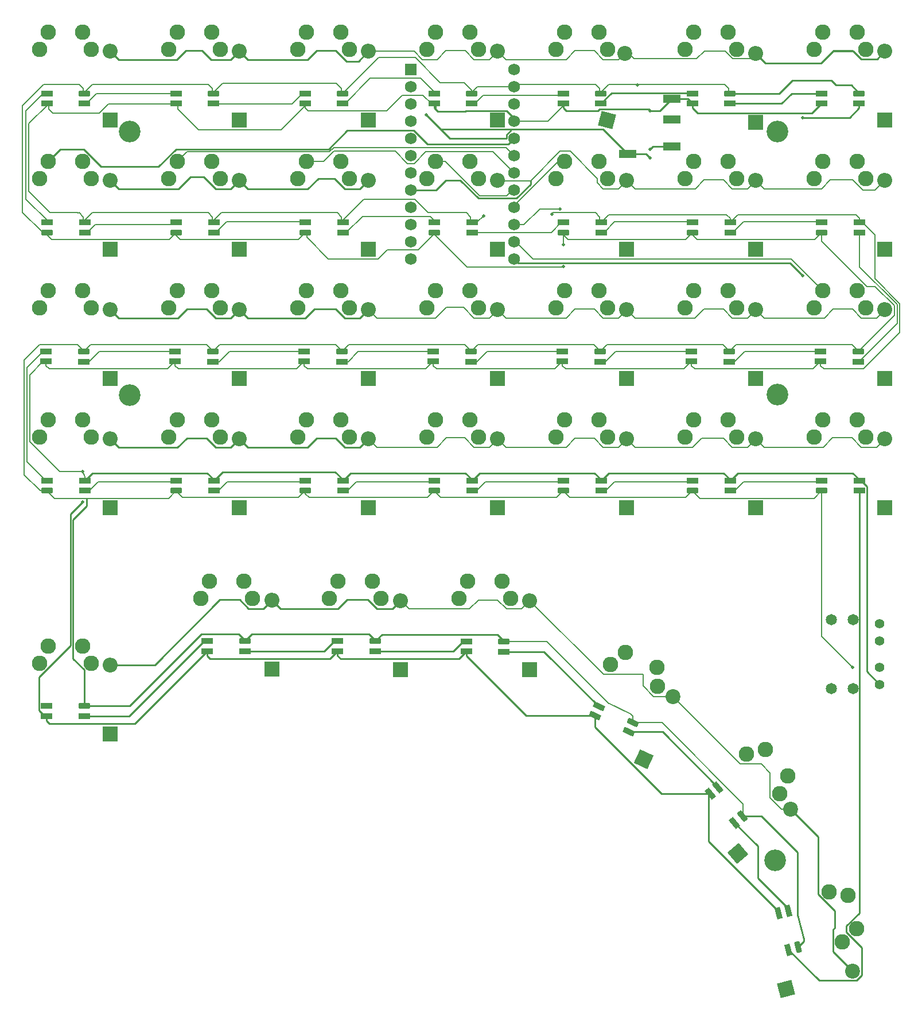
<source format=gtl>
%TF.GenerationSoftware,KiCad,Pcbnew,7.0.1*%
%TF.CreationDate,2023-04-06T15:27:56+10:00*%
%TF.ProjectId,genesys,67656e65-7379-4732-9e6b-696361645f70,rev?*%
%TF.SameCoordinates,Original*%
%TF.FileFunction,Copper,L1,Top*%
%TF.FilePolarity,Positive*%
%FSLAX46Y46*%
G04 Gerber Fmt 4.6, Leading zero omitted, Abs format (unit mm)*
G04 Created by KiCad (PCBNEW 7.0.1) date 2023-04-06 15:27:56*
%MOMM*%
%LPD*%
G01*
G04 APERTURE LIST*
G04 Aperture macros list*
%AMRoundRect*
0 Rectangle with rounded corners*
0 $1 Rounding radius*
0 $2 $3 $4 $5 $6 $7 $8 $9 X,Y pos of 4 corners*
0 Add a 4 corners polygon primitive as box body*
4,1,4,$2,$3,$4,$5,$6,$7,$8,$9,$2,$3,0*
0 Add four circle primitives for the rounded corners*
1,1,$1+$1,$2,$3*
1,1,$1+$1,$4,$5*
1,1,$1+$1,$6,$7*
1,1,$1+$1,$8,$9*
0 Add four rect primitives between the rounded corners*
20,1,$1+$1,$2,$3,$4,$5,0*
20,1,$1+$1,$4,$5,$6,$7,0*
20,1,$1+$1,$6,$7,$8,$9,0*
20,1,$1+$1,$8,$9,$2,$3,0*%
%AMHorizOval*
0 Thick line with rounded ends*
0 $1 width*
0 $2 $3 position (X,Y) of the first rounded end (center of the circle)*
0 $4 $5 position (X,Y) of the second rounded end (center of the circle)*
0 Add line between two ends*
20,1,$1,$2,$3,$4,$5,0*
0 Add two circle primitives to create the rounded ends*
1,1,$1,$2,$3*
1,1,$1,$4,$5*%
%AMRotRect*
0 Rectangle, with rotation*
0 The origin of the aperture is its center*
0 $1 length*
0 $2 width*
0 $3 Rotation angle, in degrees counterclockwise*
0 Add horizontal line*
21,1,$1,$2,0,0,$3*%
G04 Aperture macros list end*
%TA.AperFunction,ComponentPad*%
%ADD10C,1.651000*%
%TD*%
%TA.AperFunction,ComponentPad*%
%ADD11C,1.400000*%
%TD*%
%TA.AperFunction,SMDPad,CuDef*%
%ADD12R,2.500000X1.200000*%
%TD*%
%TA.AperFunction,ComponentPad*%
%ADD13C,3.200000*%
%TD*%
%TA.AperFunction,ComponentPad*%
%ADD14C,2.286000*%
%TD*%
%TA.AperFunction,ComponentPad*%
%ADD15R,2.200000X2.200000*%
%TD*%
%TA.AperFunction,ComponentPad*%
%ADD16O,2.200000X2.200000*%
%TD*%
%TA.AperFunction,SMDPad,CuDef*%
%ADD17R,1.700000X0.820000*%
%TD*%
%TA.AperFunction,SMDPad,CuDef*%
%ADD18RoundRect,0.205000X0.645000X0.205000X-0.645000X0.205000X-0.645000X-0.205000X0.645000X-0.205000X0*%
%TD*%
%TA.AperFunction,SMDPad,CuDef*%
%ADD19RoundRect,0.205000X-0.645000X-0.205000X0.645000X-0.205000X0.645000X0.205000X-0.645000X0.205000X0*%
%TD*%
%TA.AperFunction,SMDPad,CuDef*%
%ADD20RotRect,1.700000X0.820000X285.000000*%
%TD*%
%TA.AperFunction,SMDPad,CuDef*%
%ADD21RoundRect,0.205000X-0.364953X0.569964X-0.031077X-0.676080X0.364953X-0.569964X0.031077X0.676080X0*%
%TD*%
%TA.AperFunction,ComponentPad*%
%ADD22RotRect,2.200000X2.200000X40.000000*%
%TD*%
%TA.AperFunction,ComponentPad*%
%ADD23HorizOval,2.200000X0.000000X0.000000X0.000000X0.000000X0*%
%TD*%
%TA.AperFunction,ComponentPad*%
%ADD24R,1.752600X1.752600*%
%TD*%
%TA.AperFunction,ComponentPad*%
%ADD25C,1.752600*%
%TD*%
%TA.AperFunction,ComponentPad*%
%ADD26RotRect,2.200000X2.200000X65.000000*%
%TD*%
%TA.AperFunction,ComponentPad*%
%ADD27HorizOval,2.200000X0.000000X0.000000X0.000000X0.000000X0*%
%TD*%
%TA.AperFunction,ComponentPad*%
%ADD28RotRect,2.200000X2.200000X75.000000*%
%TD*%
%TA.AperFunction,ComponentPad*%
%ADD29HorizOval,2.200000X0.000000X0.000000X0.000000X0.000000X0*%
%TD*%
%TA.AperFunction,SMDPad,CuDef*%
%ADD30RotRect,1.700000X0.820000X310.000000*%
%TD*%
%TA.AperFunction,SMDPad,CuDef*%
%ADD31RoundRect,0.205000X-0.571637X0.362327X0.257559X-0.625870X0.571637X-0.362327X-0.257559X0.625870X0*%
%TD*%
%TA.AperFunction,SMDPad,CuDef*%
%ADD32RotRect,1.700000X0.820000X335.000000*%
%TD*%
%TA.AperFunction,SMDPad,CuDef*%
%ADD33RoundRect,0.205000X-0.671205X0.086796X0.497932X-0.458382X0.671205X-0.086796X-0.497932X0.458382X0*%
%TD*%
%TA.AperFunction,ComponentPad*%
%ADD34RotRect,2.200000X2.200000X15.000000*%
%TD*%
%TA.AperFunction,ComponentPad*%
%ADD35HorizOval,2.200000X0.000000X0.000000X0.000000X0.000000X0*%
%TD*%
%TA.AperFunction,ViaPad*%
%ADD36C,0.500000*%
%TD*%
%TA.AperFunction,Conductor*%
%ADD37C,0.200000*%
%TD*%
%TA.AperFunction,Conductor*%
%ADD38C,0.254000*%
%TD*%
G04 APERTURE END LIST*
D10*
%TO.P,R2,1*%
%TO.N,/SCL*%
X152500000Y-112540000D03*
%TO.P,R2,2*%
%TO.N,/LED_5V*%
X152500000Y-122700000D03*
%TD*%
%TO.P,R1,1*%
%TO.N,/SDA*%
X155650000Y-112540000D03*
%TO.P,R1,2*%
%TO.N,/LED_5V*%
X155650000Y-122700000D03*
%TD*%
D11*
%TO.P,TP4,2,2*%
%TO.N,/LED_GND*%
X159600000Y-119510000D03*
%TO.P,TP4,1,1*%
%TO.N,/LED_5V*%
X159600000Y-122050000D03*
%TD*%
%TO.P,TP3,2,2*%
%TO.N,/SCL*%
X159600000Y-115640000D03*
%TO.P,TP3,1,1*%
%TO.N,/SDA*%
X159600000Y-113100000D03*
%TD*%
D12*
%TO.P,J1,R1*%
%TO.N,/LED_GND*%
X128905000Y-42735000D03*
%TO.P,J1,R2*%
%TO.N,unconnected-(J1-PadR2)*%
X128905000Y-38735000D03*
%TO.P,J1,S*%
%TO.N,/LED_5V*%
X128905000Y-35735000D03*
%TO.P,J1,T*%
%TO.N,/SERIAL*%
X122405000Y-43835000D03*
%TD*%
D13*
%TO.P,H7,*%
%TO.N,*%
X144145000Y-147955000D03*
%TD*%
%TO.P,H5,*%
%TO.N,*%
X144500000Y-79300000D03*
%TD*%
%TO.P,H4,*%
%TO.N,*%
X144500000Y-40525000D03*
%TD*%
%TO.P,H2,*%
%TO.N,*%
X48895000Y-79375000D03*
%TD*%
%TO.P,H1,*%
%TO.N,*%
X48895000Y-40525000D03*
%TD*%
D14*
%TO.P,SW23,1,1*%
%TO.N,/Col1*%
X54660000Y-85595000D03*
X55930000Y-83055000D03*
%TO.P,SW23,2,2*%
%TO.N,Net-(D23-A)*%
X61010000Y-83055000D03*
X62280000Y-85595000D03*
%TD*%
D15*
%TO.P,D3,1,A*%
%TO.N,Net-(D3-A)*%
X84160000Y-38875000D03*
D16*
%TO.P,D3,2,K*%
%TO.N,/Row0*%
X84160000Y-28715000D03*
%TD*%
D15*
%TO.P,D22,1,A*%
%TO.N,Net-(D22-A)*%
X46060000Y-96025000D03*
D16*
%TO.P,D22,2,K*%
%TO.N,/Row3*%
X46060000Y-85865000D03*
%TD*%
D17*
%TO.P,SK6812Mini-E26,1,VSS*%
%TO.N,/LED_5V*%
X118488836Y-92000000D03*
%TO.P,SK6812Mini-E26,2,DOUT*%
%TO.N,Net-(SK6812Mini-E26-DOUT)*%
X118488836Y-93500000D03*
D18*
%TO.P,SK6812Mini-E26,3,VDD*%
%TO.N,/LED_GND*%
X112928836Y-93490000D03*
D17*
%TO.P,SK6812Mini-E26,4,DIN*%
%TO.N,Net-(SK6812Mini-E25-DOUT)*%
X112928836Y-91990000D03*
%TD*%
D15*
%TO.P,D28,1,A*%
%TO.N,Net-(D28-A)*%
X160360000Y-96025000D03*
D16*
%TO.P,D28,2,K*%
%TO.N,/Row3*%
X160360000Y-85865000D03*
%TD*%
D17*
%TO.P,SK6812Mini-E27,1,VSS*%
%TO.N,/LED_5V*%
X137538836Y-92000000D03*
%TO.P,SK6812Mini-E27,2,DOUT*%
%TO.N,Net-(SK6812Mini-E27-DOUT)*%
X137538836Y-93500000D03*
D18*
%TO.P,SK6812Mini-E27,3,VDD*%
%TO.N,/LED_GND*%
X131978836Y-93490000D03*
D17*
%TO.P,SK6812Mini-E27,4,DIN*%
%TO.N,Net-(SK6812Mini-E26-DOUT)*%
X131978836Y-91990000D03*
%TD*%
%TO.P,SK6812Mini-E7,1,VSS*%
%TO.N,/LED_5V*%
X36708836Y-36420000D03*
%TO.P,SK6812Mini-E7,2,DOUT*%
%TO.N,Net-(SK6812Mini-E7-DOUT)*%
X36708836Y-34920000D03*
D19*
%TO.P,SK6812Mini-E7,3,VDD*%
%TO.N,/LED_GND*%
X42268836Y-34930000D03*
D17*
%TO.P,SK6812Mini-E7,4,DIN*%
%TO.N,Net-(SK6812Mini-E6-DOUT)*%
X42268836Y-36430000D03*
%TD*%
D14*
%TO.P,SW4,1,1*%
%TO.N,/Col3*%
X92760000Y-28445000D03*
X94030000Y-25905000D03*
%TO.P,SW4,2,2*%
%TO.N,Net-(D4-A)*%
X99110000Y-25905000D03*
X100380000Y-28445000D03*
%TD*%
%TO.P,SW18,1,1*%
%TO.N,/Col3*%
X92760000Y-66545000D03*
X94030000Y-64005000D03*
%TO.P,SW18,2,2*%
%TO.N,Net-(D18-A)*%
X99110000Y-64005000D03*
X100380000Y-66545000D03*
%TD*%
D15*
%TO.P,D11,1,A*%
%TO.N,Net-(D11-A)*%
X103210000Y-57925000D03*
D16*
%TO.P,D11,2,K*%
%TO.N,/Row1*%
X103210000Y-47765000D03*
%TD*%
D14*
%TO.P,SW30,1,1*%
%TO.N,/Col1*%
X59422500Y-109407500D03*
X60692500Y-106867500D03*
%TO.P,SW30,2,2*%
%TO.N,Net-(D30-A)*%
X65772500Y-106867500D03*
X67042500Y-109407500D03*
%TD*%
%TO.P,SW27,1,1*%
%TO.N,/Col5*%
X130860000Y-85595000D03*
X132130000Y-83055000D03*
%TO.P,SW27,2,2*%
%TO.N,Net-(D27-A)*%
X137210000Y-83055000D03*
X138480000Y-85595000D03*
%TD*%
D17*
%TO.P,SK6812Mini-E19,1,VSS*%
%TO.N,/LED_5V*%
X74685000Y-74450000D03*
%TO.P,SK6812Mini-E19,2,DOUT*%
%TO.N,Net-(SK6812Mini-E19-DOUT)*%
X74685000Y-72950000D03*
D19*
%TO.P,SK6812Mini-E19,3,VDD*%
%TO.N,/LED_GND*%
X80245000Y-72960000D03*
D17*
%TO.P,SK6812Mini-E19,4,DIN*%
%TO.N,Net-(SK6812Mini-E18-DOUT)*%
X80245000Y-74460000D03*
%TD*%
%TO.P,SK6812Mini-E34,1,VSS*%
%TO.N,/LED_5V*%
X60355000Y-117170000D03*
%TO.P,SK6812Mini-E34,2,DOUT*%
%TO.N,Net-(SK6812Mini-E34-DOUT)*%
X60355000Y-115670000D03*
D19*
%TO.P,SK6812Mini-E34,3,VDD*%
%TO.N,/LED_GND*%
X65915000Y-115680000D03*
D17*
%TO.P,SK6812Mini-E34,4,DIN*%
%TO.N,Net-(SK6812Mini-E33-DOUT)*%
X65915000Y-117180000D03*
%TD*%
%TO.P,SK6812Mini-E23,1,VSS*%
%TO.N,/LED_5V*%
X61338836Y-92000000D03*
%TO.P,SK6812Mini-E23,2,DOUT*%
%TO.N,Net-(SK6812Mini-E23-DOUT)*%
X61338836Y-93500000D03*
D18*
%TO.P,SK6812Mini-E23,3,VDD*%
%TO.N,/LED_GND*%
X55778836Y-93490000D03*
D17*
%TO.P,SK6812Mini-E23,4,DIN*%
%TO.N,Net-(SK6812Mini-E22-DOUT)*%
X55778836Y-91990000D03*
%TD*%
%TO.P,SK6812Mini-E11,1,VSS*%
%TO.N,/LED_5V*%
X99438836Y-53912492D03*
%TO.P,SK6812Mini-E11,2,DOUT*%
%TO.N,Net-(SK6812Mini-E11-DOUT)*%
X99438836Y-55412492D03*
D18*
%TO.P,SK6812Mini-E11,3,VDD*%
%TO.N,/LED_GND*%
X93878836Y-55402492D03*
D17*
%TO.P,SK6812Mini-E11,4,DIN*%
%TO.N,Net-(SK6812Mini-E10-DOUT)*%
X93878836Y-53902492D03*
%TD*%
%TO.P,SK6812Mini-E5,1,VSS*%
%TO.N,/LED_5V*%
X74808836Y-36420000D03*
%TO.P,SK6812Mini-E5,2,DOUT*%
%TO.N,Net-(SK6812Mini-E5-DOUT)*%
X74808836Y-34920000D03*
D19*
%TO.P,SK6812Mini-E5,3,VDD*%
%TO.N,/LED_GND*%
X80368836Y-34930000D03*
D17*
%TO.P,SK6812Mini-E5,4,DIN*%
%TO.N,Net-(SK6812Mini-E4-DOUT)*%
X80368836Y-36430000D03*
%TD*%
D14*
%TO.P,SW15,1,1*%
%TO.N,/Col0*%
X35610000Y-66545000D03*
X36880000Y-64005000D03*
%TO.P,SW15,2,2*%
%TO.N,Net-(D15-A)*%
X41960000Y-64005000D03*
X43230000Y-66545000D03*
%TD*%
D17*
%TO.P,SK6812Mini-E21,1,VSS*%
%TO.N,/LED_5V*%
X36585000Y-74450000D03*
%TO.P,SK6812Mini-E21,2,DOUT*%
%TO.N,Net-(SK6812Mini-E21-DOUT)*%
X36585000Y-72950000D03*
D19*
%TO.P,SK6812Mini-E21,3,VDD*%
%TO.N,/LED_GND*%
X42145000Y-72960000D03*
D17*
%TO.P,SK6812Mini-E21,4,DIN*%
%TO.N,Net-(SK6812Mini-E20-DOUT)*%
X42145000Y-74460000D03*
%TD*%
D15*
%TO.P,D17,1,A*%
%TO.N,Net-(D17-A)*%
X84160000Y-76975000D03*
D16*
%TO.P,D17,2,K*%
%TO.N,/Row2*%
X84160000Y-66815000D03*
%TD*%
D14*
%TO.P,SW32,1,1*%
%TO.N,/Col3*%
X97522500Y-109407500D03*
X98792500Y-106867500D03*
%TO.P,SW32,2,2*%
%TO.N,Net-(D32-A)*%
X103872500Y-106867500D03*
X105142500Y-109407500D03*
%TD*%
%TO.P,SW9,1,1*%
%TO.N,/Col1*%
X54660000Y-47495000D03*
X55930000Y-44955000D03*
%TO.P,SW9,2,2*%
%TO.N,Net-(D9-A)*%
X61010000Y-44955000D03*
X62280000Y-47495000D03*
%TD*%
D17*
%TO.P,SK6812Mini-E25,1,VSS*%
%TO.N,/LED_5V*%
X99438836Y-92000000D03*
%TO.P,SK6812Mini-E25,2,DOUT*%
%TO.N,Net-(SK6812Mini-E25-DOUT)*%
X99438836Y-93500000D03*
D18*
%TO.P,SK6812Mini-E25,3,VDD*%
%TO.N,/LED_GND*%
X93878836Y-93490000D03*
D17*
%TO.P,SK6812Mini-E25,4,DIN*%
%TO.N,Net-(SK6812Mini-E24-DOUT)*%
X93878836Y-91990000D03*
%TD*%
D15*
%TO.P,D29,1,A*%
%TO.N,Net-(D29-A)*%
X46060000Y-129362500D03*
D16*
%TO.P,D29,2,K*%
%TO.N,/Row4*%
X46060000Y-119202500D03*
%TD*%
D15*
%TO.P,D20,1,A*%
%TO.N,Net-(D20-A)*%
X141310000Y-76975000D03*
D16*
%TO.P,D20,2,K*%
%TO.N,/Row2*%
X141310000Y-66815000D03*
%TD*%
D20*
%TO.P,SK6812Mini-E29,1,VSS*%
%TO.N,/LED_5V*%
X144688430Y-155782546D03*
%TO.P,SK6812Mini-E29,2,DOUT*%
%TO.N,Net-(SK6812Mini-E29-DOUT)*%
X146137318Y-155394318D03*
D21*
%TO.P,SK6812Mini-E29,3,VDD*%
%TO.N,/LED_GND*%
X147566693Y-160767454D03*
D20*
%TO.P,SK6812Mini-E29,4,DIN*%
%TO.N,Net-(SK6812Mini-E28-DOUT)*%
X146117804Y-161155682D03*
%TD*%
D15*
%TO.P,D21,1,A*%
%TO.N,Net-(D21-A)*%
X160360000Y-76975000D03*
D16*
%TO.P,D21,2,K*%
%TO.N,/Row2*%
X160360000Y-66815000D03*
%TD*%
D15*
%TO.P,D18,1,A*%
%TO.N,Net-(D18-A)*%
X103210000Y-76975000D03*
D16*
%TO.P,D18,2,K*%
%TO.N,/Row2*%
X103210000Y-66815000D03*
%TD*%
D17*
%TO.P,SK6812Mini-E17,1,VSS*%
%TO.N,/LED_5V*%
X112785000Y-74450000D03*
%TO.P,SK6812Mini-E17,2,DOUT*%
%TO.N,Net-(SK6812Mini-E17-DOUT)*%
X112785000Y-72950000D03*
D19*
%TO.P,SK6812Mini-E17,3,VDD*%
%TO.N,/LED_GND*%
X118345000Y-72960000D03*
D17*
%TO.P,SK6812Mini-E17,4,DIN*%
%TO.N,Net-(SK6812Mini-E16-DOUT)*%
X118345000Y-74460000D03*
%TD*%
D14*
%TO.P,SW10,1,1*%
%TO.N,/Col2*%
X73710000Y-47495000D03*
X74980000Y-44955000D03*
%TO.P,SW10,2,2*%
%TO.N,Net-(D10-A)*%
X80060000Y-44955000D03*
X81330000Y-47495000D03*
%TD*%
D17*
%TO.P,SK6812Mini-E22,1,VSS*%
%TO.N,/LED_5V*%
X42288836Y-92000000D03*
%TO.P,SK6812Mini-E22,2,DOUT*%
%TO.N,Net-(SK6812Mini-E22-DOUT)*%
X42288836Y-93500000D03*
D18*
%TO.P,SK6812Mini-E22,3,VDD*%
%TO.N,/LED_GND*%
X36728836Y-93490000D03*
D17*
%TO.P,SK6812Mini-E22,4,DIN*%
%TO.N,Net-(SK6812Mini-E21-DOUT)*%
X36728836Y-91990000D03*
%TD*%
D15*
%TO.P,D23,1,A*%
%TO.N,Net-(D23-A)*%
X65110000Y-96025000D03*
D16*
%TO.P,D23,2,K*%
%TO.N,/Row3*%
X65110000Y-85865000D03*
%TD*%
D17*
%TO.P,SK6812Mini-E33,1,VSS*%
%TO.N,/LED_5V*%
X79605000Y-117170000D03*
%TO.P,SK6812Mini-E33,2,DOUT*%
%TO.N,Net-(SK6812Mini-E33-DOUT)*%
X79605000Y-115670000D03*
D19*
%TO.P,SK6812Mini-E33,3,VDD*%
%TO.N,/LED_GND*%
X85165000Y-115680000D03*
D17*
%TO.P,SK6812Mini-E33,4,DIN*%
%TO.N,Net-(SK6812Mini-E32-DOUT)*%
X85165000Y-117180000D03*
%TD*%
D14*
%TO.P,SW20,1,1*%
%TO.N,/Col5*%
X130860000Y-66545000D03*
X132130000Y-64005000D03*
%TO.P,SW20,2,2*%
%TO.N,Net-(D20-A)*%
X137210000Y-64005000D03*
X138480000Y-66545000D03*
%TD*%
%TO.P,SW7,1,1*%
%TO.N,/Col6*%
X149910000Y-28445000D03*
X151180000Y-25905000D03*
%TO.P,SW7,2,2*%
%TO.N,Net-(D7-A)*%
X156260000Y-25905000D03*
X157530000Y-28445000D03*
%TD*%
D17*
%TO.P,SK6812Mini-E6,1,VSS*%
%TO.N,/LED_5V*%
X55758836Y-36420000D03*
%TO.P,SK6812Mini-E6,2,DOUT*%
%TO.N,Net-(SK6812Mini-E6-DOUT)*%
X55758836Y-34920000D03*
D19*
%TO.P,SK6812Mini-E6,3,VDD*%
%TO.N,/LED_GND*%
X61318836Y-34930000D03*
D17*
%TO.P,SK6812Mini-E6,4,DIN*%
%TO.N,Net-(SK6812Mini-E5-DOUT)*%
X61318836Y-36430000D03*
%TD*%
%TO.P,SK6812Mini-E18,1,VSS*%
%TO.N,/LED_5V*%
X93735000Y-74450000D03*
%TO.P,SK6812Mini-E18,2,DOUT*%
%TO.N,Net-(SK6812Mini-E18-DOUT)*%
X93735000Y-72950000D03*
D19*
%TO.P,SK6812Mini-E18,3,VDD*%
%TO.N,/LED_GND*%
X99295000Y-72960000D03*
D17*
%TO.P,SK6812Mini-E18,4,DIN*%
%TO.N,Net-(SK6812Mini-E17-DOUT)*%
X99295000Y-74460000D03*
%TD*%
D14*
%TO.P,SW33,1,1*%
%TO.N,/Col4*%
X119885644Y-119143024D03*
X122110105Y-117377727D03*
%TO.P,SW33,2,2*%
%TO.N,Net-(D33-A)*%
X126714149Y-119524628D03*
X126791709Y-122363375D03*
%TD*%
D15*
%TO.P,D6,1,A*%
%TO.N,Net-(D6-A)*%
X141300000Y-39196904D03*
D16*
%TO.P,D6,2,K*%
%TO.N,/Row0*%
X141300000Y-29036904D03*
%TD*%
D14*
%TO.P,SW28,1,1*%
%TO.N,/Col6*%
X149910000Y-85595000D03*
X151180000Y-83055000D03*
%TO.P,SW28,2,2*%
%TO.N,Net-(D28-A)*%
X156260000Y-83055000D03*
X157530000Y-85595000D03*
%TD*%
%TO.P,SW24,1,1*%
%TO.N,/Col2*%
X73710000Y-85595000D03*
X74980000Y-83055000D03*
%TO.P,SW24,2,2*%
%TO.N,Net-(D24-A)*%
X80060000Y-83055000D03*
X81330000Y-85595000D03*
%TD*%
D15*
%TO.P,D7,1,A*%
%TO.N,Net-(D7-A)*%
X160360000Y-38875000D03*
D16*
%TO.P,D7,2,K*%
%TO.N,/Row0*%
X160360000Y-28715000D03*
%TD*%
D15*
%TO.P,D32,1,A*%
%TO.N,Net-(D32-A)*%
X107972500Y-119837500D03*
D16*
%TO.P,D32,2,K*%
%TO.N,/Row4*%
X107972500Y-109677500D03*
%TD*%
D15*
%TO.P,D12,1,A*%
%TO.N,Net-(D12-A)*%
X122260000Y-57925000D03*
D16*
%TO.P,D12,2,K*%
%TO.N,/Row1*%
X122260000Y-47765000D03*
%TD*%
D14*
%TO.P,SW34,1,1*%
%TO.N,/Col5*%
X139961958Y-132337741D03*
X142724051Y-131677937D03*
%TO.P,SW34,2,2*%
%TO.N,Net-(D34-A)*%
X145989412Y-135569443D03*
X144860000Y-138175000D03*
%TD*%
%TO.P,SW6,1,1*%
%TO.N,/Col5*%
X130860000Y-28445000D03*
X132130000Y-25905000D03*
%TO.P,SW6,2,2*%
%TO.N,Net-(D6-A)*%
X137210000Y-25905000D03*
X138480000Y-28445000D03*
%TD*%
D17*
%TO.P,SK6812Mini-E20,1,VSS*%
%TO.N,/LED_5V*%
X55635000Y-74450000D03*
%TO.P,SK6812Mini-E20,2,DOUT*%
%TO.N,Net-(SK6812Mini-E20-DOUT)*%
X55635000Y-72950000D03*
D19*
%TO.P,SK6812Mini-E20,3,VDD*%
%TO.N,/LED_GND*%
X61195000Y-72960000D03*
D17*
%TO.P,SK6812Mini-E20,4,DIN*%
%TO.N,Net-(SK6812Mini-E19-DOUT)*%
X61195000Y-74460000D03*
%TD*%
D22*
%TO.P,D34,1,A*%
%TO.N,Net-(D34-A)*%
X138693811Y-146991561D03*
D23*
%TO.P,D34,2,K*%
%TO.N,/Row4*%
X146476823Y-140460839D03*
%TD*%
D14*
%TO.P,SW26,1,1*%
%TO.N,/Col4*%
X111810000Y-85595000D03*
X113080000Y-83055000D03*
%TO.P,SW26,2,2*%
%TO.N,Net-(D26-A)*%
X118160000Y-83055000D03*
X119430000Y-85595000D03*
%TD*%
%TO.P,SW22,1,1*%
%TO.N,/Col0*%
X35610000Y-85595000D03*
X36880000Y-83055000D03*
%TO.P,SW22,2,2*%
%TO.N,Net-(D22-A)*%
X41960000Y-83055000D03*
X43230000Y-85595000D03*
%TD*%
D24*
%TO.P,U1,1,TX*%
%TO.N,/SERIAL*%
X90396400Y-31376750D03*
D25*
%TO.P,U1,2,RX*%
%TO.N,unconnected-(U1-RX-Pad2)*%
X90396400Y-33916750D03*
%TO.P,U1,3,GND*%
%TO.N,unconnected-(U1-GND-Pad3)*%
X90396400Y-36456750D03*
%TO.P,U1,4,GND*%
%TO.N,unconnected-(U1-GND-Pad4)*%
X90396400Y-38996750D03*
%TO.P,U1,5,SDA*%
%TO.N,/SDA*%
X90396400Y-41536750D03*
%TO.P,U1,6,SCL*%
%TO.N,/SCL*%
X90396400Y-44076750D03*
%TO.P,U1,7,D4*%
%TO.N,/Row0*%
X90396400Y-46616750D03*
%TO.P,U1,8,C6*%
%TO.N,/Row1*%
X90396400Y-49156750D03*
%TO.P,U1,9,D7*%
%TO.N,/Row2*%
X90396400Y-51696750D03*
%TO.P,U1,10,E6*%
%TO.N,/Row3*%
X90396400Y-54236750D03*
%TO.P,U1,11,B4*%
%TO.N,/Row4*%
X90396400Y-56776750D03*
%TO.P,U1,12,B5*%
%TO.N,/Row5*%
X90396400Y-59316750D03*
%TO.P,U1,13,B6*%
%TO.N,/LED_DIN*%
X105636400Y-59316750D03*
%TO.P,U1,14,B2*%
%TO.N,/Col6*%
X105636400Y-56776750D03*
%TO.P,U1,15,B3*%
%TO.N,/Col5*%
X105636400Y-54236750D03*
%TO.P,U1,16,B1*%
%TO.N,/Col4*%
X105636400Y-51696750D03*
%TO.P,U1,17,F7*%
%TO.N,/Col3*%
X105636400Y-49156750D03*
%TO.P,U1,18,F6*%
%TO.N,/Col2*%
X105636400Y-46616750D03*
%TO.P,U1,19,F5*%
%TO.N,/Col1*%
X105636400Y-44076750D03*
%TO.P,U1,20,F4*%
%TO.N,/Col0*%
X105636400Y-41536750D03*
%TO.P,U1,21,VCC*%
%TO.N,/LED_5V*%
X105636400Y-38996750D03*
%TO.P,U1,22,RST*%
%TO.N,unconnected-(U1-RST-Pad22)*%
X105636400Y-36456750D03*
%TO.P,U1,23,GND*%
%TO.N,/LED_GND*%
X105636400Y-33916750D03*
%TO.P,U1,24,RAW*%
%TO.N,unconnected-(U1-RAW-Pad24)*%
X105636400Y-31376750D03*
%TD*%
D14*
%TO.P,SW35,1,1*%
%TO.N,/Col6*%
X152132577Y-152617643D03*
X154914729Y-153186969D03*
%TO.P,SW35,2,2*%
%TO.N,Net-(D35-A)*%
X156229530Y-158093872D03*
X154104778Y-159977998D03*
%TD*%
D15*
%TO.P,D26,1,A*%
%TO.N,Net-(D26-A)*%
X122260000Y-96025000D03*
D16*
%TO.P,D26,2,K*%
%TO.N,/Row3*%
X122260000Y-85865000D03*
%TD*%
D17*
%TO.P,SK6812Mini-E3,1,VSS*%
%TO.N,/LED_5V*%
X112908836Y-36420000D03*
%TO.P,SK6812Mini-E3,2,DOUT*%
%TO.N,Net-(SK6812Mini-E3-DOUT)*%
X112908836Y-34920000D03*
D19*
%TO.P,SK6812Mini-E3,3,VDD*%
%TO.N,/LED_GND*%
X118468836Y-34930000D03*
D17*
%TO.P,SK6812Mini-E3,4,DIN*%
%TO.N,Net-(SK6812Mini-E2-DOUT)*%
X118468836Y-36430000D03*
%TD*%
D26*
%TO.P,D33,1,A*%
%TO.N,Net-(D33-A)*%
X124763174Y-133081540D03*
D27*
%TO.P,D33,2,K*%
%TO.N,/Row4*%
X129056976Y-123873453D03*
%TD*%
D17*
%TO.P,SK6812Mini-E28,1,VSS*%
%TO.N,/LED_5V*%
X156588836Y-92000000D03*
%TO.P,SK6812Mini-E28,2,DOUT*%
%TO.N,Net-(SK6812Mini-E28-DOUT)*%
X156588836Y-93500000D03*
D18*
%TO.P,SK6812Mini-E28,3,VDD*%
%TO.N,/LED_GND*%
X151028836Y-93490000D03*
D17*
%TO.P,SK6812Mini-E28,4,DIN*%
%TO.N,Net-(SK6812Mini-E27-DOUT)*%
X151028836Y-91990000D03*
%TD*%
D14*
%TO.P,SW12,1,1*%
%TO.N,/Col4*%
X111810000Y-47495000D03*
X113080000Y-44955000D03*
%TO.P,SW12,2,2*%
%TO.N,Net-(D12-A)*%
X118160000Y-44955000D03*
X119430000Y-47495000D03*
%TD*%
D28*
%TO.P,D5,1,A*%
%TO.N,Net-(D5-A)*%
X119380000Y-38875000D03*
D29*
%TO.P,D5,2,K*%
%TO.N,/Row0*%
X122009601Y-29061194D03*
%TD*%
D14*
%TO.P,SW2,1,1*%
%TO.N,/Col1*%
X54660000Y-28445000D03*
X55930000Y-25905000D03*
%TO.P,SW2,2,2*%
%TO.N,Net-(D2-A)*%
X61010000Y-25905000D03*
X62280000Y-28445000D03*
%TD*%
%TO.P,SW13,1,1*%
%TO.N,/Col5*%
X130860000Y-47495000D03*
X132130000Y-44955000D03*
%TO.P,SW13,2,2*%
%TO.N,Net-(D13-A)*%
X137210000Y-44955000D03*
X138480000Y-47495000D03*
%TD*%
D15*
%TO.P,D16,1,A*%
%TO.N,Net-(D16-A)*%
X65110000Y-76975000D03*
D16*
%TO.P,D16,2,K*%
%TO.N,/Row2*%
X65110000Y-66815000D03*
%TD*%
D15*
%TO.P,D13,1,A*%
%TO.N,Net-(D13-A)*%
X141310000Y-57925000D03*
D16*
%TO.P,D13,2,K*%
%TO.N,/Row1*%
X141310000Y-47765000D03*
%TD*%
D17*
%TO.P,SK6812Mini-E4,1,VSS*%
%TO.N,/LED_5V*%
X93858836Y-36420000D03*
%TO.P,SK6812Mini-E4,2,DOUT*%
%TO.N,Net-(SK6812Mini-E4-DOUT)*%
X93858836Y-34920000D03*
D19*
%TO.P,SK6812Mini-E4,3,VDD*%
%TO.N,/LED_GND*%
X99418836Y-34930000D03*
D17*
%TO.P,SK6812Mini-E4,4,DIN*%
%TO.N,Net-(SK6812Mini-E3-DOUT)*%
X99418836Y-36430000D03*
%TD*%
%TO.P,SK6812Mini-E8,1,VSS*%
%TO.N,/LED_5V*%
X42288836Y-53912492D03*
%TO.P,SK6812Mini-E8,2,DOUT*%
%TO.N,Net-(SK6812Mini-E8-DOUT)*%
X42288836Y-55412492D03*
D18*
%TO.P,SK6812Mini-E8,3,VDD*%
%TO.N,/LED_GND*%
X36728836Y-55402492D03*
D17*
%TO.P,SK6812Mini-E8,4,DIN*%
%TO.N,Net-(SK6812Mini-E7-DOUT)*%
X36728836Y-53902492D03*
%TD*%
D15*
%TO.P,D30,1,A*%
%TO.N,Net-(D30-A)*%
X69895000Y-119790000D03*
D16*
%TO.P,D30,2,K*%
%TO.N,/Row4*%
X69895000Y-109630000D03*
%TD*%
D17*
%TO.P,SK6812Mini-E32,1,VSS*%
%TO.N,/LED_5V*%
X98585000Y-117200000D03*
%TO.P,SK6812Mini-E32,2,DOUT*%
%TO.N,Net-(SK6812Mini-E32-DOUT)*%
X98585000Y-115700000D03*
D19*
%TO.P,SK6812Mini-E32,3,VDD*%
%TO.N,/LED_GND*%
X104145000Y-115710000D03*
D17*
%TO.P,SK6812Mini-E32,4,DIN*%
%TO.N,Net-(SK6812Mini-E31-DOUT)*%
X104145000Y-117210000D03*
%TD*%
D14*
%TO.P,SW16,1,1*%
%TO.N,/Col1*%
X54660000Y-66545000D03*
X55930000Y-64005000D03*
%TO.P,SW16,2,2*%
%TO.N,Net-(D16-A)*%
X61010000Y-64005000D03*
X62280000Y-66545000D03*
%TD*%
%TO.P,SW21,1,1*%
%TO.N,/Col6*%
X149910000Y-66545000D03*
X151180000Y-64005000D03*
%TO.P,SW21,2,2*%
%TO.N,Net-(D21-A)*%
X156260000Y-64005000D03*
X157530000Y-66545000D03*
%TD*%
%TO.P,SW29,1,1*%
%TO.N,/Col0*%
X35610000Y-118932500D03*
X36880000Y-116392500D03*
%TO.P,SW29,2,2*%
%TO.N,Net-(D29-A)*%
X41960000Y-116392500D03*
X43230000Y-118932500D03*
%TD*%
%TO.P,SW3,1,1*%
%TO.N,/Col2*%
X73710000Y-28445000D03*
X74980000Y-25905000D03*
%TO.P,SW3,2,2*%
%TO.N,Net-(D3-A)*%
X80060000Y-25905000D03*
X81330000Y-28445000D03*
%TD*%
D15*
%TO.P,D10,1,A*%
%TO.N,Net-(D10-A)*%
X84160000Y-57925000D03*
D16*
%TO.P,D10,2,K*%
%TO.N,/Row1*%
X84160000Y-47765000D03*
%TD*%
D17*
%TO.P,SK6812Mini-E12,1,VSS*%
%TO.N,/LED_5V*%
X118488836Y-53912492D03*
%TO.P,SK6812Mini-E12,2,DOUT*%
%TO.N,Net-(SK6812Mini-E12-DOUT)*%
X118488836Y-55412492D03*
D18*
%TO.P,SK6812Mini-E12,3,VDD*%
%TO.N,/LED_GND*%
X112928836Y-55402492D03*
D17*
%TO.P,SK6812Mini-E12,4,DIN*%
%TO.N,Net-(SK6812Mini-E11-DOUT)*%
X112928836Y-53902492D03*
%TD*%
D15*
%TO.P,D9,1,A*%
%TO.N,Net-(D9-A)*%
X65110000Y-57925000D03*
D16*
%TO.P,D9,2,K*%
%TO.N,/Row1*%
X65110000Y-47765000D03*
%TD*%
D14*
%TO.P,SW14,1,1*%
%TO.N,/Col6*%
X149910000Y-47495000D03*
X151180000Y-44955000D03*
%TO.P,SW14,2,2*%
%TO.N,Net-(D14-A)*%
X156260000Y-44955000D03*
X157530000Y-47495000D03*
%TD*%
D15*
%TO.P,D4,1,A*%
%TO.N,Net-(D4-A)*%
X103210000Y-38875000D03*
D16*
%TO.P,D4,2,K*%
%TO.N,/Row0*%
X103210000Y-28715000D03*
%TD*%
D30*
%TO.P,SK6812Mini-E30,1,VSS*%
%TO.N,/LED_5V*%
X134587024Y-138192415D03*
%TO.P,SK6812Mini-E30,2,DOUT*%
%TO.N,Net-(SK6812Mini-E30-DOUT)*%
X135736091Y-137228234D03*
D31*
%TO.P,SK6812Mini-E30,3,VDD*%
%TO.N,/LED_GND*%
X139302329Y-141493869D03*
D30*
%TO.P,SK6812Mini-E30,4,DIN*%
%TO.N,Net-(SK6812Mini-E29-DOUT)*%
X138153263Y-142458050D03*
%TD*%
D17*
%TO.P,SK6812Mini-E24,1,VSS*%
%TO.N,/LED_5V*%
X80388836Y-92000000D03*
%TO.P,SK6812Mini-E24,2,DOUT*%
%TO.N,Net-(SK6812Mini-E24-DOUT)*%
X80388836Y-93500000D03*
D18*
%TO.P,SK6812Mini-E24,3,VDD*%
%TO.N,/LED_GND*%
X74828836Y-93490000D03*
D17*
%TO.P,SK6812Mini-E24,4,DIN*%
%TO.N,Net-(SK6812Mini-E23-DOUT)*%
X74828836Y-91990000D03*
%TD*%
D15*
%TO.P,D24,1,A*%
%TO.N,Net-(D24-A)*%
X84160000Y-96025000D03*
D16*
%TO.P,D24,2,K*%
%TO.N,/Row3*%
X84160000Y-85865000D03*
%TD*%
D15*
%TO.P,D31,1,A*%
%TO.N,Net-(D31-A)*%
X88922500Y-119837500D03*
D16*
%TO.P,D31,2,K*%
%TO.N,/Row4*%
X88922500Y-109677500D03*
%TD*%
D15*
%TO.P,D19,1,A*%
%TO.N,Net-(D19-A)*%
X122260000Y-76975000D03*
D16*
%TO.P,D19,2,K*%
%TO.N,/Row2*%
X122260000Y-66815000D03*
%TD*%
D17*
%TO.P,SK6812Mini-E10,1,VSS*%
%TO.N,/LED_5V*%
X80388836Y-53912492D03*
%TO.P,SK6812Mini-E10,2,DOUT*%
%TO.N,Net-(SK6812Mini-E10-DOUT)*%
X80388836Y-55412492D03*
D18*
%TO.P,SK6812Mini-E10,3,VDD*%
%TO.N,/LED_GND*%
X74828836Y-55402492D03*
D17*
%TO.P,SK6812Mini-E10,4,DIN*%
%TO.N,Net-(SK6812Mini-E10-DIN)*%
X74828836Y-53902492D03*
%TD*%
D32*
%TO.P,SK6812Mini-E31,1,VSS*%
%TO.N,/LED_5V*%
X117542027Y-126679975D03*
%TO.P,SK6812Mini-E31,2,DOUT*%
%TO.N,Net-(SK6812Mini-E31-DOUT)*%
X118175955Y-125320513D03*
D33*
%TO.P,SK6812Mini-E31,3,VDD*%
%TO.N,/LED_GND*%
X123210800Y-127679334D03*
D32*
%TO.P,SK6812Mini-E31,4,DIN*%
%TO.N,Net-(SK6812Mini-E30-DOUT)*%
X122576872Y-129038795D03*
%TD*%
D14*
%TO.P,SW31,1,1*%
%TO.N,/Col2*%
X78395000Y-109407500D03*
X79665000Y-106867500D03*
%TO.P,SW31,2,2*%
%TO.N,Net-(D31-A)*%
X84745000Y-106867500D03*
X86015000Y-109407500D03*
%TD*%
D15*
%TO.P,D15,1,A*%
%TO.N,Net-(D15-A)*%
X46060000Y-76975000D03*
D16*
%TO.P,D15,2,K*%
%TO.N,/Row2*%
X46060000Y-66815000D03*
%TD*%
D14*
%TO.P,SW5,1,1*%
%TO.N,/Col4*%
X111810000Y-28445000D03*
X113080000Y-25905000D03*
%TO.P,SW5,2,2*%
%TO.N,Net-(D5-A)*%
X118160000Y-25905000D03*
X119430000Y-28445000D03*
%TD*%
D34*
%TO.P,D35,1,A*%
%TO.N,Net-(D35-A)*%
X145811194Y-166964601D03*
D35*
%TO.P,D35,2,K*%
%TO.N,/Row4*%
X155625000Y-164335000D03*
%TD*%
D15*
%TO.P,D8,1,A*%
%TO.N,Net-(D8-A)*%
X46060000Y-57925000D03*
D16*
%TO.P,D8,2,K*%
%TO.N,/Row1*%
X46060000Y-47765000D03*
%TD*%
D15*
%TO.P,D25,1,A*%
%TO.N,Net-(D25-A)*%
X103210000Y-96025000D03*
D16*
%TO.P,D25,2,K*%
%TO.N,/Row3*%
X103210000Y-85865000D03*
%TD*%
D17*
%TO.P,SK6812Mini-E15,1,VSS*%
%TO.N,/LED_5V*%
X150885000Y-74450000D03*
%TO.P,SK6812Mini-E15,2,DOUT*%
%TO.N,Net-(SK6812Mini-E15-DOUT)*%
X150885000Y-72950000D03*
D19*
%TO.P,SK6812Mini-E15,3,VDD*%
%TO.N,/LED_GND*%
X156445000Y-72960000D03*
D17*
%TO.P,SK6812Mini-E15,4,DIN*%
%TO.N,Net-(SK6812Mini-E14-DOUT)*%
X156445000Y-74460000D03*
%TD*%
D14*
%TO.P,SW19,1,1*%
%TO.N,/Col4*%
X111810000Y-66545000D03*
X113080000Y-64005000D03*
%TO.P,SW19,2,2*%
%TO.N,Net-(D19-A)*%
X118160000Y-64005000D03*
X119430000Y-66545000D03*
%TD*%
%TO.P,SW8,1,1*%
%TO.N,/Col0*%
X35610000Y-47495000D03*
X36880000Y-44955000D03*
%TO.P,SW8,2,2*%
%TO.N,Net-(D8-A)*%
X41960000Y-44955000D03*
X43230000Y-47495000D03*
%TD*%
%TO.P,SW25,1,1*%
%TO.N,/Col3*%
X92760000Y-85595000D03*
X94030000Y-83055000D03*
%TO.P,SW25,2,2*%
%TO.N,Net-(D25-A)*%
X99110000Y-83055000D03*
X100380000Y-85595000D03*
%TD*%
D17*
%TO.P,SK6812Mini-E14,1,VSS*%
%TO.N,/LED_5V*%
X156588836Y-53912492D03*
%TO.P,SK6812Mini-E14,2,DOUT*%
%TO.N,Net-(SK6812Mini-E14-DOUT)*%
X156588836Y-55412492D03*
D18*
%TO.P,SK6812Mini-E14,3,VDD*%
%TO.N,/LED_GND*%
X151028836Y-55402492D03*
D17*
%TO.P,SK6812Mini-E14,4,DIN*%
%TO.N,Net-(SK6812Mini-E13-DOUT)*%
X151028836Y-53902492D03*
%TD*%
D14*
%TO.P,SW17,1,1*%
%TO.N,/Col2*%
X73710000Y-66545000D03*
X74980000Y-64005000D03*
%TO.P,SW17,2,2*%
%TO.N,Net-(D17-A)*%
X80060000Y-64005000D03*
X81330000Y-66545000D03*
%TD*%
D15*
%TO.P,D2,1,A*%
%TO.N,Net-(D2-A)*%
X65110000Y-38875000D03*
D16*
%TO.P,D2,2,K*%
%TO.N,/Row0*%
X65110000Y-28715000D03*
%TD*%
D15*
%TO.P,D1,1,A*%
%TO.N,Net-(D1-A)*%
X46060000Y-38875000D03*
D16*
%TO.P,D1,2,K*%
%TO.N,/Row0*%
X46060000Y-28715000D03*
%TD*%
D15*
%TO.P,D14,1,A*%
%TO.N,Net-(D14-A)*%
X160360000Y-57925000D03*
D16*
%TO.P,D14,2,K*%
%TO.N,/Row1*%
X160360000Y-47765000D03*
%TD*%
D17*
%TO.P,SK6812Mini-E9,1,VSS*%
%TO.N,/LED_5V*%
X61338836Y-53912492D03*
%TO.P,SK6812Mini-E9,2,DOUT*%
%TO.N,Net-(SK6812Mini-E10-DIN)*%
X61338836Y-55412492D03*
D18*
%TO.P,SK6812Mini-E9,3,VDD*%
%TO.N,/LED_GND*%
X55778836Y-55402492D03*
D17*
%TO.P,SK6812Mini-E9,4,DIN*%
%TO.N,Net-(SK6812Mini-E8-DOUT)*%
X55778836Y-53902492D03*
%TD*%
%TO.P,SK6812Mini-E2,1,VSS*%
%TO.N,/LED_5V*%
X131958836Y-36420000D03*
%TO.P,SK6812Mini-E2,2,DOUT*%
%TO.N,Net-(SK6812Mini-E2-DOUT)*%
X131958836Y-34920000D03*
D19*
%TO.P,SK6812Mini-E2,3,VDD*%
%TO.N,/LED_GND*%
X137518836Y-34930000D03*
D17*
%TO.P,SK6812Mini-E2,4,DIN*%
%TO.N,Net-(SK6812Mini-E1-DOUT)*%
X137518836Y-36430000D03*
%TD*%
%TO.P,SK6812Mini-E16,1,VSS*%
%TO.N,/LED_5V*%
X131835000Y-74450000D03*
%TO.P,SK6812Mini-E16,2,DOUT*%
%TO.N,Net-(SK6812Mini-E16-DOUT)*%
X131835000Y-72950000D03*
D19*
%TO.P,SK6812Mini-E16,3,VDD*%
%TO.N,/LED_GND*%
X137395000Y-72960000D03*
D17*
%TO.P,SK6812Mini-E16,4,DIN*%
%TO.N,Net-(SK6812Mini-E15-DOUT)*%
X137395000Y-74460000D03*
%TD*%
%TO.P,SK6812Mini-E13,1,VSS*%
%TO.N,/LED_5V*%
X137538836Y-53912492D03*
%TO.P,SK6812Mini-E13,2,DOUT*%
%TO.N,Net-(SK6812Mini-E13-DOUT)*%
X137538836Y-55412492D03*
D18*
%TO.P,SK6812Mini-E13,3,VDD*%
%TO.N,/LED_GND*%
X131978836Y-55402492D03*
D17*
%TO.P,SK6812Mini-E13,4,DIN*%
%TO.N,Net-(SK6812Mini-E12-DOUT)*%
X131978836Y-53902492D03*
%TD*%
D14*
%TO.P,SW1,1,1*%
%TO.N,/Col0*%
X35610000Y-28445000D03*
X36880000Y-25905000D03*
%TO.P,SW1,2,2*%
%TO.N,Net-(D1-A)*%
X41960000Y-25905000D03*
X43230000Y-28445000D03*
%TD*%
D17*
%TO.P,SK6812Mini-E1,1,VSS*%
%TO.N,/LED_5V*%
X151008836Y-36420000D03*
%TO.P,SK6812Mini-E1,2,DOUT*%
%TO.N,Net-(SK6812Mini-E1-DOUT)*%
X151008836Y-34920000D03*
D19*
%TO.P,SK6812Mini-E1,3,VDD*%
%TO.N,/LED_GND*%
X156568836Y-34930000D03*
D17*
%TO.P,SK6812Mini-E1,4,DIN*%
%TO.N,/LED_DIN*%
X156568836Y-36430000D03*
%TD*%
D14*
%TO.P,SW11,1,1*%
%TO.N,/Col3*%
X92760000Y-47495000D03*
X94030000Y-44955000D03*
%TO.P,SW11,2,2*%
%TO.N,Net-(D11-A)*%
X99110000Y-44955000D03*
X100380000Y-47495000D03*
%TD*%
D17*
%TO.P,SK6812Mini-E35,1,VSS*%
%TO.N,/LED_5V*%
X36645000Y-126710000D03*
%TO.P,SK6812Mini-E35,2,DOUT*%
%TO.N,unconnected-(SK6812Mini-E35-DOUT-Pad2)*%
X36645000Y-125210000D03*
D19*
%TO.P,SK6812Mini-E35,3,VDD*%
%TO.N,/LED_GND*%
X42205000Y-125220000D03*
D17*
%TO.P,SK6812Mini-E35,4,DIN*%
%TO.N,Net-(SK6812Mini-E34-DOUT)*%
X42205000Y-126720000D03*
%TD*%
D15*
%TO.P,D27,1,A*%
%TO.N,Net-(D27-A)*%
X141310000Y-96025000D03*
D16*
%TO.P,D27,2,K*%
%TO.N,/Row3*%
X141310000Y-85865000D03*
%TD*%
D36*
%TO.N,/LED_GND*%
X155600000Y-119500000D03*
%TO.N,/LED_DIN*%
X148200000Y-38500000D03*
X148200000Y-61800000D03*
%TO.N,/LED_GND*%
X123825000Y-33655000D03*
%TO.N,/SERIAL*%
X92710000Y-38100000D03*
X125730000Y-44450000D03*
%TO.N,/LED_GND*%
X125730000Y-43180000D03*
%TO.N,/LED_5V*%
X125730000Y-37465000D03*
%TO.N,/LED_GND*%
X112895000Y-57210000D03*
X112885000Y-60450000D03*
%TO.N,/LED_5V*%
X41960000Y-90675000D03*
X111210500Y-52710000D03*
X41960000Y-95120000D03*
X101125000Y-52960000D03*
%TO.N,/Col5*%
X112445000Y-51940000D03*
%TD*%
D37*
%TO.N,/LED_GND*%
X151028836Y-114928836D02*
X155600000Y-119500000D01*
X151028836Y-93490000D02*
X151028836Y-114928836D01*
D38*
%TO.N,/LED_5V*%
X157692836Y-92836000D02*
X157692836Y-120142836D01*
X156856836Y-92000000D02*
X157692836Y-92836000D01*
X157692836Y-120142836D02*
X159600000Y-122050000D01*
%TO.N,Net-(SK6812Mini-E28-DOUT)*%
X156185846Y-165689000D02*
X150651122Y-165689000D01*
X156979000Y-164895846D02*
X156185846Y-165689000D01*
X154683435Y-157664310D02*
X154683435Y-158580998D01*
X150651122Y-165689000D02*
X146117804Y-161155682D01*
X156588836Y-155758909D02*
X154683435Y-157664310D01*
X156588836Y-93500000D02*
X156588836Y-155758909D01*
X154683435Y-158580998D02*
X156979000Y-160876563D01*
X156979000Y-160876563D02*
X156979000Y-164895846D01*
%TO.N,/Row1*%
X106004586Y-50387050D02*
X108070872Y-48320764D01*
X100392196Y-50387050D02*
X106004586Y-50387050D01*
X95608652Y-47714100D02*
X97719246Y-47714100D01*
X108070872Y-48320764D02*
X108070872Y-47847050D01*
X94166002Y-49156750D02*
X95608652Y-47714100D01*
X90396400Y-49156750D02*
X94166002Y-49156750D01*
X97719246Y-47714100D02*
X100392196Y-50387050D01*
%TO.N,/LED_DIN*%
X156568836Y-37094000D02*
X156568836Y-36430000D01*
X148200000Y-38500000D02*
X155162836Y-38500000D01*
X155162836Y-38500000D02*
X156568836Y-37094000D01*
X146346000Y-59946000D02*
X148200000Y-61800000D01*
X106265650Y-59946000D02*
X146346000Y-59946000D01*
X105636400Y-59316750D02*
X106265650Y-59946000D01*
%TO.N,/LED_5V*%
X151017000Y-90883000D02*
X155634284Y-90883000D01*
X151000000Y-90900000D02*
X151017000Y-90883000D01*
X150983000Y-90883000D02*
X151000000Y-90900000D01*
X149585932Y-37842904D02*
X151008836Y-36420000D01*
X131958836Y-36420000D02*
X131958836Y-37084000D01*
X131958836Y-37084000D02*
X132717740Y-37842904D01*
X132717740Y-37842904D02*
X149585932Y-37842904D01*
%TO.N,Net-(SK6812Mini-E2-DOUT)*%
X120017836Y-34881000D02*
X131919836Y-34881000D01*
X118468836Y-36430000D02*
X120017836Y-34881000D01*
%TO.N,/LED_5V*%
X125538781Y-37273781D02*
X125730000Y-37465000D01*
X118048000Y-37527000D02*
X118301219Y-37273781D01*
X113351836Y-37527000D02*
X118048000Y-37527000D01*
X112908836Y-37084000D02*
X113351836Y-37527000D01*
X112908836Y-36420000D02*
X112908836Y-37084000D01*
X118301219Y-37273781D02*
X125538781Y-37273781D01*
X131273836Y-35735000D02*
X131958836Y-36420000D01*
X128905000Y-35735000D02*
X131273836Y-35735000D01*
%TO.N,/SERIAL*%
X118799000Y-40229000D02*
X122405000Y-43835000D01*
X92710000Y-38100000D02*
X94839000Y-40229000D01*
X94839000Y-40229000D02*
X118799000Y-40229000D01*
X105168214Y-40406450D02*
X104506100Y-41068564D01*
X104506100Y-41068564D02*
X104506100Y-41543900D01*
X104506100Y-41543900D02*
X96153900Y-41543900D01*
X96153900Y-41543900D02*
X92710000Y-38100000D01*
%TO.N,/LED_GND*%
X126175000Y-42735000D02*
X125730000Y-43180000D01*
X128905000Y-42735000D02*
X126175000Y-42735000D01*
%TO.N,/SERIAL*%
X125115000Y-43835000D02*
X125730000Y-44450000D01*
X122405000Y-43835000D02*
X125115000Y-43835000D01*
%TO.N,/LED_5V*%
X127175000Y-37465000D02*
X128905000Y-35735000D01*
X125730000Y-37465000D02*
X127175000Y-37465000D01*
%TO.N,Net-(SK6812Mini-E29-DOUT)*%
X141605000Y-145909787D02*
X138153263Y-142458050D01*
X141605000Y-150621814D02*
X141605000Y-145909787D01*
X146260666Y-155277480D02*
X141605000Y-150621814D01*
%TO.N,/LED_GND*%
X147460000Y-146825000D02*
X142128869Y-141493869D01*
X142128869Y-141493869D02*
X139302329Y-141493869D01*
X147486023Y-156054538D02*
X147460000Y-156028515D01*
X148433977Y-159592349D02*
X147486023Y-156054538D01*
X148433977Y-159900170D02*
X148433977Y-159592349D01*
X147460000Y-156028515D02*
X147460000Y-146825000D01*
X147566693Y-160767454D02*
X148433977Y-159900170D01*
%TO.N,/Row4*%
X150495000Y-152955723D02*
X150495000Y-144479016D01*
X150495000Y-144479016D02*
X146476823Y-140460839D01*
X152986126Y-155446849D02*
X150495000Y-152955723D01*
X152707778Y-158194917D02*
X152986126Y-157916569D01*
X155625000Y-164335000D02*
X152707778Y-161417778D01*
X152707778Y-161417778D02*
X152707778Y-158194917D01*
X152986126Y-157916569D02*
X152986126Y-155446849D01*
%TO.N,/Col0*%
X38655000Y-43180000D02*
X36880000Y-44955000D01*
X42160657Y-43180000D02*
X38655000Y-43180000D01*
X44700657Y-45720000D02*
X42160657Y-43180000D01*
X53189343Y-45720000D02*
X44700657Y-45720000D01*
X55751343Y-43158000D02*
X53189343Y-45720000D01*
X78274897Y-43158000D02*
X55751343Y-43158000D01*
X81026447Y-40406450D02*
X78274897Y-43158000D01*
X90864586Y-40406450D02*
X81026447Y-40406450D01*
X92871186Y-42413050D02*
X90864586Y-40406450D01*
X105636400Y-41536750D02*
X104760100Y-42413050D01*
X104760100Y-42413050D02*
X92871186Y-42413050D01*
%TO.N,/LED_5V*%
X93858836Y-37084000D02*
X93858836Y-36420000D01*
X94369682Y-37594846D02*
X93858836Y-37084000D01*
X104508000Y-37465000D02*
X98542142Y-37465000D01*
X98542142Y-37465000D02*
X98412296Y-37594846D01*
X105636400Y-38593400D02*
X104508000Y-37465000D01*
X98412296Y-37594846D02*
X94369682Y-37594846D01*
D37*
X105407800Y-38996750D02*
X110612086Y-38996750D01*
X94098836Y-36460000D02*
X94098836Y-37208528D01*
X110612086Y-38996750D02*
X113148836Y-36460000D01*
D38*
%TO.N,/Row0*%
X63856000Y-29969000D02*
X65110000Y-28715000D01*
X159233000Y-29842000D02*
X160360000Y-28715000D01*
X152720468Y-28664100D02*
X155664100Y-28664100D01*
X46060000Y-28715000D02*
X47314000Y-29969000D01*
X142749799Y-30483097D02*
X150901471Y-30483097D01*
X66364000Y-29969000D02*
X75177384Y-29969000D01*
X55886000Y-29969000D02*
X57244900Y-28610100D01*
D37*
X132595936Y-29815000D02*
X133719836Y-28691100D01*
X84160000Y-28715000D02*
X90912922Y-28715000D01*
D38*
X141649800Y-29383098D02*
X142749799Y-30483097D01*
X79339838Y-28610100D02*
X80939738Y-30210000D01*
X76536284Y-28610100D02*
X79339838Y-28610100D01*
D37*
X103210000Y-28715000D02*
X104437000Y-29942000D01*
D38*
X156842000Y-29842000D02*
X159233000Y-29842000D01*
D37*
X99759922Y-29942000D02*
X101983000Y-29942000D01*
D38*
X59545100Y-28610100D02*
X60904000Y-29969000D01*
D37*
X133719836Y-28691100D02*
X136788627Y-28691100D01*
X92139922Y-29942000D02*
X94292568Y-29942000D01*
D38*
X60904000Y-29969000D02*
X63856000Y-29969000D01*
D37*
X90912922Y-28715000D02*
X92139922Y-29942000D01*
X104437000Y-29942000D02*
X113342568Y-29942000D01*
D38*
X155664100Y-28664100D02*
X156842000Y-29842000D01*
D37*
X122260000Y-28715000D02*
X123360000Y-29815000D01*
X121033000Y-29942000D02*
X122260000Y-28715000D01*
X117505022Y-28637100D02*
X118809922Y-29942000D01*
X101983000Y-29942000D02*
X103210000Y-28715000D01*
X155605022Y-28637100D02*
X156909922Y-29942000D01*
D38*
X65110000Y-28715000D02*
X66364000Y-29969000D01*
D37*
X113342568Y-29942000D02*
X114647468Y-28637100D01*
X98455022Y-28637100D02*
X99759922Y-29942000D01*
D38*
X80939738Y-30210000D02*
X82665000Y-30210000D01*
D37*
X95597468Y-28637100D02*
X98455022Y-28637100D01*
X123360000Y-29815000D02*
X132595936Y-29815000D01*
X137912527Y-29815000D02*
X141217898Y-29815000D01*
D38*
X47314000Y-29969000D02*
X55886000Y-29969000D01*
X75177384Y-29969000D02*
X76536284Y-28610100D01*
D37*
X136788627Y-28691100D02*
X137912527Y-29815000D01*
X152747468Y-28637100D02*
X155605022Y-28637100D01*
X159133000Y-29942000D02*
X160360000Y-28715000D01*
X114647468Y-28637100D02*
X117505022Y-28637100D01*
D38*
X57244900Y-28610100D02*
X59545100Y-28610100D01*
D37*
X156909922Y-29942000D02*
X159133000Y-29942000D01*
D38*
X82665000Y-30210000D02*
X84160000Y-28715000D01*
X150901471Y-30483097D02*
X152720468Y-28664100D01*
D37*
X94292568Y-29942000D02*
X95597468Y-28637100D01*
X118809922Y-29942000D02*
X121033000Y-29942000D01*
%TO.N,Net-(SK6812Mini-E8-DOUT)*%
X55598836Y-54272492D02*
X55998836Y-53872492D01*
X43835672Y-54272492D02*
X55598836Y-54272492D01*
X42735672Y-55372492D02*
X43835672Y-54272492D01*
%TO.N,Net-(SK6812Mini-E7-DOUT)*%
X33625000Y-37480000D02*
X33625000Y-50548656D01*
X33625000Y-50548656D02*
X36948836Y-53872492D01*
X36145000Y-34960000D02*
X33625000Y-37480000D01*
%TO.N,Net-(SK6812Mini-E6-DOUT)*%
X42488836Y-36460000D02*
X43988836Y-34960000D01*
X43988836Y-34960000D02*
X55998836Y-34960000D01*
%TO.N,Net-(SK6812Mini-E5-DOUT)*%
X74376918Y-34960000D02*
X72876918Y-36460000D01*
X72876918Y-36460000D02*
X61098836Y-36460000D01*
%TO.N,Net-(SK6812Mini-E4-DOUT)*%
X84395000Y-32710000D02*
X80645000Y-36460000D01*
X94098836Y-34960000D02*
X91848836Y-32710000D01*
X91848836Y-32710000D02*
X84395000Y-32710000D01*
D38*
%TO.N,Net-(SK6812Mini-E34-DOUT)*%
X59915000Y-115670000D02*
X48865000Y-126720000D01*
X48865000Y-126720000D02*
X42205000Y-126720000D01*
%TO.N,Net-(SK6812Mini-E33-DOUT)*%
X79165000Y-115670000D02*
X77655000Y-117180000D01*
X77655000Y-117180000D02*
X65915000Y-117180000D01*
%TO.N,Net-(SK6812Mini-E32-DOUT)*%
X98145000Y-115700000D02*
X96665000Y-117180000D01*
X96665000Y-117180000D02*
X85165000Y-117180000D01*
%TO.N,Net-(SK6812Mini-E31-DOUT)*%
X110065442Y-117210000D02*
X104145000Y-117210000D01*
X118175955Y-125320513D02*
X110065442Y-117210000D01*
%TO.N,Net-(SK6812Mini-E30-DOUT)*%
X135736091Y-137228234D02*
X127546652Y-129038795D01*
X127546652Y-129038795D02*
X122576872Y-129038795D01*
D37*
%TO.N,Net-(SK6812Mini-E3-DOUT)*%
X101078836Y-35210000D02*
X112618836Y-35210000D01*
X99858836Y-36430000D02*
X101078836Y-35210000D01*
%TO.N,Net-(SK6812Mini-E27-DOUT)*%
X137978836Y-93720000D02*
X139488836Y-92210000D01*
X139488836Y-92210000D02*
X151028836Y-92210000D01*
%TO.N,Net-(SK6812Mini-E26-DOUT)*%
X118928836Y-93720000D02*
X120438836Y-92210000D01*
X120438836Y-92210000D02*
X131978836Y-92210000D01*
%TO.N,Net-(SK6812Mini-E25-DOUT)*%
X101388836Y-92210000D02*
X112928836Y-92210000D01*
X99878836Y-93720000D02*
X101388836Y-92210000D01*
%TO.N,Net-(SK6812Mini-E24-DOUT)*%
X82338836Y-92210000D02*
X93878836Y-92210000D01*
X80828836Y-93720000D02*
X82338836Y-92210000D01*
%TO.N,Net-(SK6812Mini-E23-DOUT)*%
X61778836Y-93720000D02*
X63288836Y-92210000D01*
X63288836Y-92210000D02*
X74828836Y-92210000D01*
%TO.N,Net-(SK6812Mini-E22-DOUT)*%
X42728836Y-93720000D02*
X44238836Y-92210000D01*
X44238836Y-92210000D02*
X55778836Y-92210000D01*
%TO.N,Net-(SK6812Mini-E21-DOUT)*%
X36145000Y-72950000D02*
X33767000Y-75328000D01*
X33767000Y-89248164D02*
X36728836Y-92210000D01*
X33767000Y-75328000D02*
X33767000Y-89248164D01*
%TO.N,Net-(SK6812Mini-E20-DOUT)*%
X55635000Y-72950000D02*
X44405000Y-72950000D01*
X44405000Y-72950000D02*
X42895000Y-74460000D01*
%TO.N,Net-(SK6812Mini-E19-DOUT)*%
X62145000Y-74460000D02*
X61195000Y-74460000D01*
X74685000Y-72950000D02*
X63655000Y-72950000D01*
X63655000Y-72950000D02*
X62145000Y-74460000D01*
%TO.N,Net-(SK6812Mini-E18-DOUT)*%
X81145000Y-74460000D02*
X80245000Y-74460000D01*
X82655000Y-72950000D02*
X81145000Y-74460000D01*
X93735000Y-72950000D02*
X82655000Y-72950000D01*
%TO.N,Net-(SK6812Mini-E17-DOUT)*%
X112785000Y-72950000D02*
X101655000Y-72950000D01*
X101655000Y-72950000D02*
X100145000Y-74460000D01*
X100145000Y-74460000D02*
X99295000Y-74460000D01*
%TO.N,Net-(SK6812Mini-E16-DOUT)*%
X120655000Y-72950000D02*
X119145000Y-74460000D01*
X119145000Y-74460000D02*
X118345000Y-74460000D01*
X131835000Y-72950000D02*
X120655000Y-72950000D01*
%TO.N,Net-(SK6812Mini-E15-DOUT)*%
X150885000Y-72950000D02*
X139655000Y-72950000D01*
X139655000Y-72950000D02*
X138145000Y-74460000D01*
%TO.N,Net-(SK6812Mini-E14-DOUT)*%
X156588836Y-60498252D02*
X162160000Y-66069416D01*
X156588836Y-55412492D02*
X156588836Y-60498252D01*
X162160000Y-66069416D02*
X162160000Y-68809178D01*
X162160000Y-68809178D02*
X156509178Y-74460000D01*
%TO.N,Net-(SK6812Mini-E13-DOUT)*%
X137985672Y-55372492D02*
X139485672Y-53872492D01*
X139485672Y-53872492D02*
X151248836Y-53872492D01*
%TO.N,Net-(SK6812Mini-E12-DOUT)*%
X118982508Y-55372492D02*
X120482508Y-53872492D01*
X120482508Y-53872492D02*
X132198836Y-53872492D01*
%TO.N,Net-(SK6812Mini-E11-DOUT)*%
X112708836Y-53872492D02*
X111121328Y-55460000D01*
X111121328Y-55460000D02*
X99286344Y-55460000D01*
%TO.N,Net-(SK6812Mini-E10-DOUT)*%
X94098836Y-53872492D02*
X93286794Y-53060450D01*
X93286794Y-53060450D02*
X83274550Y-53060450D01*
X83274550Y-53060450D02*
X80962508Y-55372492D01*
%TO.N,Net-(SK6812Mini-E10-DIN)*%
X63232508Y-53872492D02*
X61732508Y-55372492D01*
X75048836Y-53872492D02*
X63232508Y-53872492D01*
D38*
%TO.N,Net-(SK6812Mini-E1-DOUT)*%
X145100000Y-36430000D02*
X137518836Y-36430000D01*
X146610000Y-34920000D02*
X145100000Y-36430000D01*
X151008836Y-34920000D02*
X146610000Y-34920000D01*
%TO.N,/Row4*%
X71196500Y-110931500D02*
X79673500Y-110931500D01*
D37*
X129056976Y-123873453D02*
X138964264Y-133780741D01*
X143417000Y-135089000D02*
X143417000Y-138772711D01*
X107972500Y-109677500D02*
X118881024Y-120586024D01*
D38*
X66433606Y-110877500D02*
X68647500Y-110877500D01*
D37*
X103217522Y-109599600D02*
X104522422Y-110904500D01*
X118881024Y-120586024D02*
X124671024Y-120586024D01*
D38*
X79673500Y-110931500D02*
X81032400Y-109572600D01*
D37*
X126261076Y-123873453D02*
X129056976Y-123873453D01*
X142108741Y-133780741D02*
X143417000Y-135089000D01*
X99055068Y-110904500D02*
X100359968Y-109599600D01*
D38*
X52624541Y-119202500D02*
X62250441Y-109576600D01*
D37*
X90149500Y-110904500D02*
X99055068Y-110904500D01*
D38*
X69895000Y-109630000D02*
X71196500Y-110931500D01*
D37*
X138964264Y-133780741D02*
X142108741Y-133780741D01*
X145105128Y-140460839D02*
X146476823Y-140460839D01*
X88922500Y-109677500D02*
X90149500Y-110904500D01*
X124671024Y-122283401D02*
X126261076Y-123873453D01*
D38*
X85383738Y-110931500D02*
X87668500Y-110931500D01*
X68647500Y-110877500D02*
X69895000Y-109630000D01*
D37*
X124671024Y-120586024D02*
X124671024Y-122283401D01*
D38*
X65132706Y-109576600D02*
X66433606Y-110877500D01*
X84024838Y-109572600D02*
X85383738Y-110931500D01*
D37*
X143417000Y-138772711D02*
X145105128Y-140460839D01*
D38*
X46060000Y-119202500D02*
X52624541Y-119202500D01*
D37*
X104522422Y-110904500D02*
X106745500Y-110904500D01*
D38*
X81032400Y-109572600D02*
X84024838Y-109572600D01*
X87668500Y-110931500D02*
X88922500Y-109677500D01*
D37*
X106745500Y-110904500D02*
X107972500Y-109677500D01*
D38*
X62250441Y-109576600D02*
X65132706Y-109576600D01*
D37*
X100359968Y-109599600D02*
X103217522Y-109599600D01*
D38*
%TO.N,/Row3*%
X82906000Y-87119000D02*
X84160000Y-85865000D01*
D37*
X117505022Y-85787100D02*
X118809922Y-87092000D01*
X101983000Y-87092000D02*
X103210000Y-85865000D01*
X118809922Y-87092000D02*
X121033000Y-87092000D01*
X137859922Y-87092000D02*
X140083000Y-87092000D01*
D38*
X46060000Y-85865000D02*
X47314000Y-87119000D01*
D37*
X114647468Y-85787100D02*
X117505022Y-85787100D01*
X136555022Y-85787100D02*
X137859922Y-87092000D01*
D38*
X57344900Y-85760100D02*
X60289838Y-85760100D01*
X75177384Y-87119000D02*
X76536284Y-85760100D01*
D37*
X113342568Y-87092000D02*
X114647468Y-85787100D01*
X95645000Y-85710000D02*
X98377922Y-85710000D01*
D38*
X79339838Y-85760100D02*
X80698738Y-87119000D01*
X80698738Y-87119000D02*
X82906000Y-87119000D01*
X66364000Y-87119000D02*
X75177384Y-87119000D01*
X60289838Y-85760100D02*
X61648738Y-87119000D01*
D37*
X122260000Y-85865000D02*
X123487000Y-87092000D01*
X123487000Y-87092000D02*
X132013000Y-87092000D01*
X133317900Y-85787100D02*
X136555022Y-85787100D01*
D38*
X47314000Y-87119000D02*
X55986000Y-87119000D01*
D37*
X121033000Y-87092000D02*
X122260000Y-85865000D01*
X104437000Y-87092000D02*
X113342568Y-87092000D01*
X85387000Y-87092000D02*
X94263000Y-87092000D01*
D38*
X65110000Y-85865000D02*
X66364000Y-87119000D01*
D37*
X142537000Y-87092000D02*
X151263000Y-87092000D01*
X99759922Y-87092000D02*
X101983000Y-87092000D01*
D38*
X76536284Y-85760100D02*
X79339838Y-85760100D01*
X55986000Y-87119000D02*
X57344900Y-85760100D01*
D37*
X98377922Y-85710000D02*
X99759922Y-87092000D01*
X94263000Y-87092000D02*
X95645000Y-85710000D01*
D38*
X61648738Y-87119000D02*
X63856000Y-87119000D01*
D37*
X159133000Y-87092000D02*
X160360000Y-85865000D01*
X155527922Y-85710000D02*
X156909922Y-87092000D01*
X151263000Y-87092000D02*
X152645000Y-85710000D01*
X103210000Y-85865000D02*
X104437000Y-87092000D01*
X140083000Y-87092000D02*
X141310000Y-85865000D01*
X141310000Y-85865000D02*
X142537000Y-87092000D01*
X132013000Y-87092000D02*
X133317900Y-85787100D01*
X152645000Y-85710000D02*
X155527922Y-85710000D01*
X84160000Y-85865000D02*
X85387000Y-87092000D01*
D38*
X63856000Y-87119000D02*
X65110000Y-85865000D01*
D37*
X156909922Y-87092000D02*
X159133000Y-87092000D01*
%TO.N,/Row2*%
X117477922Y-66710000D02*
X118809922Y-68042000D01*
D38*
X56036000Y-68069000D02*
X57395000Y-66710000D01*
X63856000Y-68069000D02*
X65110000Y-66815000D01*
D37*
X152747468Y-66737100D02*
X155605022Y-66737100D01*
X101983000Y-68042000D02*
X103210000Y-66815000D01*
D38*
X80698738Y-68069000D02*
X82906000Y-68069000D01*
D37*
X155605022Y-66737100D02*
X156909922Y-68042000D01*
X113313000Y-68042000D02*
X114645000Y-66710000D01*
X159133000Y-68042000D02*
X160360000Y-66815000D01*
X118809922Y-68042000D02*
X121033000Y-68042000D01*
X99759922Y-68042000D02*
X101983000Y-68042000D01*
X95645000Y-66460000D02*
X98177922Y-66460000D01*
X104437000Y-68042000D02*
X113313000Y-68042000D01*
X84160000Y-66815000D02*
X85387000Y-68042000D01*
D38*
X65110000Y-66815000D02*
X66364000Y-68069000D01*
D37*
X140083000Y-68042000D02*
X141310000Y-66815000D01*
D38*
X60289738Y-66710000D02*
X61648738Y-68069000D01*
D37*
X123487000Y-68042000D02*
X132313000Y-68042000D01*
X103210000Y-66815000D02*
X104437000Y-68042000D01*
X114645000Y-66710000D02*
X117477922Y-66710000D01*
X98177922Y-66460000D02*
X99759922Y-68042000D01*
X142537000Y-68042000D02*
X151442568Y-68042000D01*
D38*
X46060000Y-66815000D02*
X47314000Y-68069000D01*
D37*
X156909922Y-68042000D02*
X159133000Y-68042000D01*
X141310000Y-66815000D02*
X142537000Y-68042000D01*
X132313000Y-68042000D02*
X133645000Y-66710000D01*
D38*
X66364000Y-68069000D02*
X74786000Y-68069000D01*
D37*
X133645000Y-66710000D02*
X136527922Y-66710000D01*
X151442568Y-68042000D02*
X152747468Y-66737100D01*
D38*
X79339738Y-66710000D02*
X80698738Y-68069000D01*
X76145000Y-66710000D02*
X79339738Y-66710000D01*
D37*
X137859922Y-68042000D02*
X140083000Y-68042000D01*
X122260000Y-66815000D02*
X123487000Y-68042000D01*
X136527922Y-66710000D02*
X137859922Y-68042000D01*
D38*
X47314000Y-68069000D02*
X56036000Y-68069000D01*
X57395000Y-66710000D02*
X60289738Y-66710000D01*
D37*
X121033000Y-68042000D02*
X122260000Y-66815000D01*
X85387000Y-68042000D02*
X94063000Y-68042000D01*
D38*
X61648738Y-68069000D02*
X63856000Y-68069000D01*
X82906000Y-68069000D02*
X84160000Y-66815000D01*
X74786000Y-68069000D02*
X76145000Y-66710000D01*
D37*
X94063000Y-68042000D02*
X95645000Y-66460000D01*
%TO.N,/Row1*%
X140083000Y-48992000D02*
X141310000Y-47765000D01*
X121033000Y-48992000D02*
X122260000Y-47765000D01*
D38*
X75177384Y-49019000D02*
X76736384Y-47460000D01*
D37*
X133697468Y-47687100D02*
X136555022Y-47687100D01*
X123487000Y-48992000D02*
X132392568Y-48992000D01*
X103292050Y-47847050D02*
X108070872Y-47847050D01*
X155605022Y-47687100D02*
X157127922Y-49210000D01*
D38*
X65110000Y-47765000D02*
X66364000Y-49019000D01*
X82906000Y-49019000D02*
X84160000Y-47765000D01*
D37*
X136555022Y-47687100D02*
X137859922Y-48992000D01*
D38*
X80698738Y-49019000D02*
X82906000Y-49019000D01*
D37*
X108070872Y-47847050D02*
X112459922Y-43458000D01*
X141310000Y-47765000D02*
X142537000Y-48992000D01*
D38*
X79139738Y-47460000D02*
X80698738Y-49019000D01*
X47314000Y-49019000D02*
X56086000Y-49019000D01*
X59839738Y-47210000D02*
X61648738Y-49019000D01*
X63856000Y-49019000D02*
X65110000Y-47765000D01*
X46060000Y-47765000D02*
X47314000Y-49019000D01*
D37*
X142537000Y-48992000D02*
X150986292Y-48992000D01*
X152291192Y-47687100D02*
X155605022Y-47687100D01*
D38*
X76736384Y-47460000D02*
X79139738Y-47460000D01*
X56086000Y-49019000D02*
X57895000Y-47210000D01*
D37*
X137859922Y-48992000D02*
X140083000Y-48992000D01*
X158915000Y-49210000D02*
X160360000Y-47765000D01*
X157127922Y-49210000D02*
X158915000Y-49210000D01*
D38*
X61648738Y-49019000D02*
X63856000Y-49019000D01*
X66364000Y-49019000D02*
X75177384Y-49019000D01*
D37*
X118809922Y-48992000D02*
X121033000Y-48992000D01*
X150986292Y-48992000D02*
X152291192Y-47687100D01*
X117933000Y-47460000D02*
X117933000Y-48115078D01*
X113931000Y-43458000D02*
X117933000Y-47460000D01*
D38*
X57895000Y-47210000D02*
X59839738Y-47210000D01*
D37*
X117933000Y-48115078D02*
X118809922Y-48992000D01*
X112459922Y-43458000D02*
X113931000Y-43458000D01*
X132392568Y-48992000D02*
X133697468Y-47687100D01*
X122260000Y-47765000D02*
X123487000Y-48992000D01*
%TO.N,/LED_GND*%
X91045000Y-29610000D02*
X85688836Y-29610000D01*
X118345000Y-72885736D02*
X117399264Y-71940000D01*
X33367000Y-74238000D02*
X33367000Y-91182000D01*
X112841950Y-60493050D02*
X98678050Y-60493050D01*
X55778836Y-93564264D02*
X56724572Y-94510000D01*
X117647364Y-33610000D02*
X105714550Y-33610000D01*
X36728836Y-55793836D02*
X37395000Y-56460000D01*
D38*
X153107752Y-33655000D02*
X155392142Y-33655000D01*
X103206306Y-114673000D02*
X104145000Y-115611694D01*
D37*
X60497364Y-33610000D02*
X43398836Y-33610000D01*
X75048836Y-56121020D02*
X75048836Y-55372492D01*
X61098836Y-34960000D02*
X61098836Y-34211472D01*
D38*
X144150000Y-34930000D02*
X144775000Y-34930000D01*
D37*
X113874572Y-94510000D02*
X130958836Y-94510000D01*
X60249264Y-71940000D02*
X43165000Y-71940000D01*
X137298836Y-34211472D02*
X136697364Y-33610000D01*
X74828836Y-93490000D02*
X74828836Y-93943836D01*
X99295000Y-72885736D02*
X98349264Y-71940000D01*
D38*
X48891000Y-125220000D02*
X42205000Y-125220000D01*
D37*
X35675000Y-93490000D02*
X36728836Y-93490000D01*
X123210800Y-126714144D02*
X122859183Y-126362527D01*
D38*
X137518836Y-34930000D02*
X144140000Y-34930000D01*
D37*
X85688836Y-29610000D02*
X80368836Y-34930000D01*
X111908836Y-94510000D02*
X112928836Y-93490000D01*
X93878836Y-93564264D02*
X94824572Y-94510000D01*
D38*
X42595000Y-95755000D02*
X42595000Y-94625000D01*
D37*
X139465465Y-141330733D02*
X139465465Y-139668320D01*
X80148836Y-34960000D02*
X80148836Y-34211472D01*
X138415000Y-71940000D02*
X137395000Y-72960000D01*
D38*
X65915000Y-115680000D02*
X66952000Y-114643000D01*
D37*
X130958836Y-94510000D02*
X131978836Y-93490000D01*
X161760000Y-66235101D02*
X161760000Y-67645000D01*
X151028836Y-55402492D02*
X151028836Y-56733125D01*
X94763900Y-33328900D02*
X91045000Y-29610000D01*
X139465465Y-139668320D02*
X127476479Y-127679334D01*
X119365000Y-71940000D02*
X118345000Y-72960000D01*
X118248836Y-34960000D02*
X118248836Y-34211472D01*
X123210800Y-127679334D02*
X123210800Y-126714144D01*
X149893836Y-94625000D02*
X151028836Y-93490000D01*
X74828836Y-93943836D02*
X75395000Y-94510000D01*
X131978836Y-93564264D02*
X133039572Y-94625000D01*
X61098836Y-34211472D02*
X60497364Y-33610000D01*
X156445000Y-72885736D02*
X155499264Y-71940000D01*
X158932188Y-63407289D02*
X161760000Y-66235101D01*
X73771328Y-56460000D02*
X74828836Y-55402492D01*
X161760000Y-67645000D02*
X156445000Y-72960000D01*
X133039572Y-94625000D02*
X149893836Y-94625000D01*
X62215000Y-71940000D02*
X61195000Y-72960000D01*
X79397364Y-33460000D02*
X62598836Y-33460000D01*
X117399264Y-71940000D02*
X100315000Y-71940000D01*
X56724572Y-94510000D02*
X73808836Y-94510000D01*
X41199264Y-71940000D02*
X35665000Y-71940000D01*
X122859183Y-126362527D02*
X119560000Y-124824093D01*
X130921328Y-56460000D02*
X131978836Y-55402492D01*
X155499264Y-71940000D02*
X138415000Y-71940000D01*
X33367000Y-91182000D02*
X35675000Y-93490000D01*
X54643836Y-94625000D02*
X55778836Y-93490000D01*
X137395000Y-72885736D02*
X136449264Y-71940000D01*
D38*
X40563000Y-97787000D02*
X42595000Y-95755000D01*
D37*
X78252816Y-59325000D02*
X75048836Y-56121020D01*
X42048836Y-34211472D02*
X41447364Y-33610000D01*
D38*
X40563000Y-118241157D02*
X40563000Y-97787000D01*
D37*
X118248836Y-34211472D02*
X117647364Y-33610000D01*
D38*
X146685000Y-33020000D02*
X152472752Y-33020000D01*
D37*
X54721328Y-56460000D02*
X55778836Y-55402492D01*
X131978836Y-55402492D02*
X131978836Y-55793836D01*
D38*
X155392142Y-33655000D02*
X156568836Y-34831694D01*
D37*
X112928836Y-55402492D02*
X112928836Y-55743836D01*
X41447364Y-33610000D02*
X36245000Y-33610000D01*
X136449264Y-71940000D02*
X119365000Y-71940000D01*
D38*
X85165000Y-115680000D02*
X86172000Y-114673000D01*
D37*
X85560000Y-59325000D02*
X78252816Y-59325000D01*
X99418836Y-34930000D02*
X99418836Y-34483836D01*
X100242086Y-33916750D02*
X99198836Y-34960000D01*
X98349264Y-71940000D02*
X81265000Y-71940000D01*
X55778836Y-55402492D02*
X55778836Y-55843836D01*
X73808836Y-94510000D02*
X74828836Y-93490000D01*
X91518278Y-57953050D02*
X86931950Y-57953050D01*
X98263900Y-33328900D02*
X94763900Y-33328900D01*
X157703000Y-63407289D02*
X158932188Y-63407289D01*
X112928836Y-55743836D02*
X113645000Y-56460000D01*
X112895000Y-57210000D02*
X112928836Y-57176164D01*
X131978836Y-55793836D02*
X132645000Y-56460000D01*
X98678050Y-60493050D02*
X93878836Y-55693836D01*
X80148836Y-34211472D02*
X79397364Y-33460000D01*
X94824572Y-94510000D02*
X111908836Y-94510000D01*
D38*
X64976306Y-114643000D02*
X59468000Y-114643000D01*
D37*
X36245000Y-33610000D02*
X33125000Y-36730000D01*
D38*
X42205000Y-119883157D02*
X40563000Y-118241157D01*
D37*
X119598836Y-33610000D02*
X118248836Y-34960000D01*
D38*
X84226306Y-114643000D02*
X85165000Y-115581694D01*
X59468000Y-114643000D02*
X48891000Y-125220000D01*
D37*
X42145000Y-72885736D02*
X41199264Y-71940000D01*
X55778836Y-55843836D02*
X56395000Y-56460000D01*
D38*
X65915000Y-115581694D02*
X64976306Y-114643000D01*
D37*
X37395000Y-56460000D02*
X54721328Y-56460000D01*
X35665000Y-71940000D02*
X33367000Y-74238000D01*
X33125000Y-52440000D02*
X36057492Y-55372492D01*
X79299264Y-71940000D02*
X62215000Y-71940000D01*
X86931950Y-57953050D02*
X85560000Y-59325000D01*
X112928836Y-93564264D02*
X113874572Y-94510000D01*
X42048836Y-34960000D02*
X42048836Y-34211472D01*
D38*
X66952000Y-114643000D02*
X84226306Y-114643000D01*
D37*
X80245000Y-72885736D02*
X79299264Y-71940000D01*
X37789572Y-94625000D02*
X42595000Y-94625000D01*
X105407800Y-33916750D02*
X100242086Y-33916750D01*
X56395000Y-56460000D02*
X73771328Y-56460000D01*
D38*
X144145000Y-34925000D02*
X144150000Y-34930000D01*
D37*
X36728836Y-93564264D02*
X37789572Y-94625000D01*
X81265000Y-71940000D02*
X80245000Y-72960000D01*
D38*
X144775000Y-34930000D02*
X146685000Y-33020000D01*
D37*
X113645000Y-56460000D02*
X130921328Y-56460000D01*
X110482305Y-115710000D02*
X104145000Y-115710000D01*
X92858836Y-94510000D02*
X93878836Y-93490000D01*
X100315000Y-71940000D02*
X99295000Y-72960000D01*
X33125000Y-36730000D02*
X33125000Y-52440000D01*
X43398836Y-33610000D02*
X42048836Y-34960000D01*
X112885000Y-60450000D02*
X112841950Y-60493050D01*
X99418836Y-34483836D02*
X98263900Y-33328900D01*
D38*
X144140000Y-34930000D02*
X144145000Y-34925000D01*
D37*
X43165000Y-71940000D02*
X42145000Y-72960000D01*
X75395000Y-94510000D02*
X92858836Y-94510000D01*
X132645000Y-56460000D02*
X149971328Y-56460000D01*
D38*
X152472752Y-33020000D02*
X153107752Y-33655000D01*
D37*
X119628199Y-124855894D02*
X110482305Y-115710000D01*
X137298836Y-34960000D02*
X137298836Y-34211472D01*
X127476479Y-127679334D02*
X123210800Y-127679334D01*
X151028836Y-56733125D02*
X157703000Y-63407289D01*
X112928836Y-57176164D02*
X112928836Y-55402492D01*
X94098836Y-55372492D02*
X91518278Y-57953050D01*
X36728836Y-55402492D02*
X36728836Y-55793836D01*
X61195000Y-72885736D02*
X60249264Y-71940000D01*
D38*
X86172000Y-114673000D02*
X103206306Y-114673000D01*
D37*
X149971328Y-56460000D02*
X151028836Y-55402492D01*
X42595000Y-94625000D02*
X54643836Y-94625000D01*
D38*
X42205000Y-125220000D02*
X42205000Y-119883157D01*
D37*
X136697364Y-33610000D02*
X119598836Y-33610000D01*
X62598836Y-33460000D02*
X61098836Y-34960000D01*
%TO.N,/LED_5V*%
X54545000Y-75540000D02*
X37065000Y-75540000D01*
X112785000Y-74450000D02*
X111695000Y-75540000D01*
D38*
X62628836Y-90710000D02*
X61338836Y-92000000D01*
X126152000Y-90883000D02*
X136584284Y-90883000D01*
D37*
X112785000Y-75060000D02*
X112785000Y-74450000D01*
D38*
X138655836Y-90883000D02*
X150983000Y-90883000D01*
D37*
X34025000Y-39383836D02*
X36948836Y-36460000D01*
X75288836Y-37510000D02*
X74808836Y-37030000D01*
X162560000Y-65903731D02*
X162560000Y-70205000D01*
D38*
X60798000Y-118277000D02*
X60355000Y-117834000D01*
X61338836Y-91837552D02*
X60384284Y-90883000D01*
D37*
X132315000Y-75540000D02*
X131835000Y-75060000D01*
D38*
X37088000Y-127817000D02*
X36645000Y-127374000D01*
D37*
X36145000Y-74450000D02*
X34167000Y-76428000D01*
D38*
X136584284Y-90883000D02*
X137538836Y-91837552D01*
D37*
X74808836Y-37030000D02*
X74808836Y-36420000D01*
X137007492Y-52822492D02*
X137538836Y-53353836D01*
X119578836Y-52822492D02*
X137007492Y-52822492D01*
X92645000Y-75540000D02*
X75165000Y-75540000D01*
X99198836Y-53123964D02*
X98597364Y-52522492D01*
X101125000Y-52960000D02*
X100212508Y-53872492D01*
X45795000Y-36460000D02*
X55998836Y-36460000D01*
D38*
X144811778Y-155665708D02*
X134355249Y-145209179D01*
X100555836Y-90883000D02*
X117534284Y-90883000D01*
D37*
X36585000Y-75060000D02*
X36585000Y-74450000D01*
D38*
X40182000Y-96898000D02*
X41960000Y-95120000D01*
D37*
X61098836Y-53872492D02*
X61098836Y-53123964D01*
X60497364Y-52522492D02*
X43398836Y-52522492D01*
D38*
X40182000Y-116336157D02*
X40182000Y-96898000D01*
D37*
X80148836Y-53872492D02*
X80148836Y-53123964D01*
X41325000Y-52575000D02*
X41272492Y-52522492D01*
X93735000Y-74450000D02*
X92645000Y-75540000D01*
X156108836Y-52822492D02*
X156588836Y-53302492D01*
X138628836Y-52822492D02*
X156108836Y-52822492D01*
X74685000Y-75060000D02*
X74685000Y-74450000D01*
X100212508Y-53872492D02*
X99198836Y-53872492D01*
X37550308Y-37810000D02*
X44445000Y-37810000D01*
X86845000Y-37510000D02*
X86810000Y-37475000D01*
X92957492Y-52522492D02*
X90955450Y-50520450D01*
X118248836Y-53123964D02*
X118248836Y-53872492D01*
D38*
X126064948Y-90883000D02*
X119605836Y-90883000D01*
D37*
X86810000Y-37475000D02*
X82795000Y-37475000D01*
X156588836Y-53302492D02*
X156588836Y-53912492D01*
D38*
X35541000Y-120977157D02*
X40182000Y-116336157D01*
D37*
X150885000Y-75060000D02*
X150885000Y-74450000D01*
D38*
X98484284Y-90883000D02*
X99438836Y-91837552D01*
X80388836Y-91837552D02*
X79261284Y-90710000D01*
D37*
X82760000Y-37510000D02*
X75288836Y-37510000D01*
X62448836Y-52522492D02*
X61098836Y-53872492D01*
X37065000Y-75540000D02*
X36585000Y-75060000D01*
X92208836Y-35210000D02*
X89145000Y-35210000D01*
X42048836Y-53872492D02*
X42048836Y-53123964D01*
X55635000Y-74450000D02*
X54545000Y-75540000D01*
X131835000Y-75060000D02*
X131835000Y-74450000D01*
X131835000Y-74450000D02*
X130745000Y-75540000D01*
X41447364Y-52522492D02*
X41377508Y-52522492D01*
D38*
X78498000Y-118277000D02*
X60798000Y-118277000D01*
D37*
X157225000Y-75540000D02*
X151365000Y-75540000D01*
D38*
X134355249Y-138424190D02*
X134587024Y-138192415D01*
X36377000Y-126710000D02*
X35541000Y-125874000D01*
D37*
X157028836Y-53912492D02*
X158880635Y-55764291D01*
D38*
X117534284Y-90883000D02*
X118488836Y-91837552D01*
X117542027Y-128316719D02*
X127417723Y-138192415D01*
D37*
X162560000Y-70205000D02*
X157225000Y-75540000D01*
X75165000Y-75540000D02*
X74685000Y-75060000D01*
D38*
X155634284Y-90883000D02*
X156588836Y-91837552D01*
X137538836Y-92000000D02*
X138655836Y-90883000D01*
D37*
X99198836Y-53872492D02*
X99198836Y-53123964D01*
D38*
X126108474Y-90926526D02*
X126152000Y-90883000D01*
D37*
X137538836Y-53353836D02*
X137538836Y-53912492D01*
D38*
X126108474Y-90926526D02*
X126064948Y-90883000D01*
D37*
X55635000Y-75060000D02*
X55635000Y-74450000D01*
D38*
X79605000Y-117170000D02*
X78498000Y-118277000D01*
X134355249Y-145209179D02*
X134355249Y-138424190D01*
D37*
X36948836Y-36460000D02*
X36948836Y-37208528D01*
X118488836Y-53912492D02*
X119578836Y-52822492D01*
X80148836Y-53123964D02*
X79547364Y-52522492D01*
X98597364Y-52522492D02*
X92957492Y-52522492D01*
D38*
X127417723Y-138192415D02*
X134587024Y-138192415D01*
D37*
X90955450Y-50520450D02*
X83500878Y-50520450D01*
X150885000Y-74450000D02*
X149795000Y-75540000D01*
X149795000Y-75540000D02*
X132315000Y-75540000D01*
X82795000Y-37475000D02*
X82760000Y-37510000D01*
X111398008Y-52522492D02*
X117647364Y-52522492D01*
X38610000Y-90675000D02*
X41960000Y-90675000D01*
X83500878Y-50520450D02*
X80148836Y-53872492D01*
D38*
X97508000Y-118277000D02*
X98585000Y-117200000D01*
X49708000Y-127817000D02*
X37088000Y-127817000D01*
D37*
X56115000Y-75540000D02*
X55635000Y-75060000D01*
X41272492Y-52522492D02*
X37187492Y-52522492D01*
D38*
X107400975Y-126679975D02*
X117542027Y-126679975D01*
D37*
X113265000Y-75540000D02*
X112785000Y-75060000D01*
X59065308Y-40275000D02*
X71233836Y-40275000D01*
X93735000Y-75060000D02*
X93735000Y-74450000D01*
X79547364Y-52522492D02*
X62448836Y-52522492D01*
D38*
X60355000Y-117834000D02*
X60355000Y-117170000D01*
X99438836Y-92000000D02*
X100555836Y-90883000D01*
X98585000Y-117200000D02*
X98585000Y-117864000D01*
D37*
X55998836Y-37208528D02*
X59065308Y-40275000D01*
D38*
X60384284Y-90883000D02*
X43405836Y-90883000D01*
X117542027Y-126679975D02*
X117542027Y-128316719D01*
D37*
X94215000Y-75540000D02*
X93735000Y-75060000D01*
D38*
X98585000Y-117864000D02*
X107400975Y-126679975D01*
D37*
X34025000Y-49360000D02*
X34025000Y-39383836D01*
X111695000Y-75540000D02*
X94215000Y-75540000D01*
X41960000Y-90675000D02*
X42288836Y-91390000D01*
X61098836Y-53123964D02*
X60497364Y-52522492D01*
X74685000Y-74450000D02*
X73595000Y-75540000D01*
D38*
X80388836Y-92000000D02*
X81505836Y-90883000D01*
D37*
X158880635Y-55764291D02*
X158880635Y-62224365D01*
X158880635Y-62224365D02*
X162560000Y-65903731D01*
X151365000Y-75540000D02*
X150885000Y-75060000D01*
D38*
X79261284Y-90710000D02*
X62628836Y-90710000D01*
D37*
X137538836Y-53912492D02*
X138628836Y-52822492D01*
D38*
X81505836Y-90883000D02*
X98484284Y-90883000D01*
D37*
X43398836Y-52522492D02*
X42048836Y-53872492D01*
X117647364Y-52522492D02*
X118248836Y-53123964D01*
D38*
X79605000Y-117834000D02*
X80048000Y-118277000D01*
D37*
X73595000Y-75540000D02*
X56115000Y-75540000D01*
D38*
X36645000Y-127374000D02*
X36645000Y-126710000D01*
X79605000Y-117170000D02*
X79605000Y-117834000D01*
D37*
X41377508Y-52522492D02*
X41325000Y-52575000D01*
D38*
X119605836Y-90883000D02*
X118488836Y-92000000D01*
D37*
X71233836Y-40275000D02*
X75048836Y-36460000D01*
X111210500Y-52710000D02*
X111398008Y-52522492D01*
X37187492Y-52522492D02*
X34025000Y-49360000D01*
D38*
X60355000Y-117170000D02*
X49708000Y-127817000D01*
X35541000Y-125874000D02*
X35541000Y-120977157D01*
D37*
X34167000Y-86232000D02*
X38610000Y-90675000D01*
X44445000Y-37810000D02*
X45795000Y-36460000D01*
D38*
X43405836Y-90883000D02*
X42288836Y-92000000D01*
D37*
X36948836Y-37208528D02*
X37550308Y-37810000D01*
X42288836Y-91390000D02*
X42288836Y-92000000D01*
X34167000Y-76428000D02*
X34167000Y-86232000D01*
X55998836Y-36460000D02*
X55998836Y-37208528D01*
X42048836Y-53123964D02*
X41447364Y-52522492D01*
D38*
X80048000Y-118277000D02*
X97508000Y-118277000D01*
D37*
X93418836Y-36420000D02*
X92208836Y-35210000D01*
X89145000Y-35210000D02*
X86845000Y-37510000D01*
X130745000Y-75540000D02*
X113265000Y-75540000D01*
%TO.N,/Col6*%
X105865000Y-56776750D02*
X108413250Y-59325000D01*
X146500000Y-59325000D02*
X151180000Y-64005000D01*
X108413250Y-59325000D02*
X146500000Y-59325000D01*
%TO.N,/Col5*%
X112445000Y-51940000D02*
X109415000Y-51940000D01*
X107118250Y-54236750D02*
X105407800Y-54236750D01*
X109415000Y-51940000D02*
X107118250Y-54236750D01*
%TO.N,/Col4*%
X105865000Y-51218375D02*
X112128375Y-44955000D01*
%TO.N,/Col3*%
X95460778Y-44955000D02*
X94030000Y-44955000D01*
X100538828Y-50033050D02*
X95460778Y-44955000D01*
X105407800Y-49156750D02*
X104531500Y-50033050D01*
X104531500Y-50033050D02*
X100538828Y-50033050D01*
%TO.N,/Col2*%
X92624690Y-43512000D02*
X90883640Y-45253050D01*
X89909160Y-45253050D02*
X88116110Y-43460000D01*
X88116110Y-43460000D02*
X79039215Y-43460000D01*
X105636400Y-46616750D02*
X102531650Y-43512000D01*
X90883640Y-45253050D02*
X89909160Y-45253050D01*
X102531650Y-43512000D02*
X92624690Y-43512000D01*
X77544215Y-44955000D02*
X74980000Y-44955000D01*
X79039215Y-43460000D02*
X77544215Y-44955000D01*
%TO.N,/Col1*%
X78421529Y-43512000D02*
X57373000Y-43512000D01*
X79033079Y-42900450D02*
X78421529Y-43512000D01*
X57373000Y-43512000D02*
X55930000Y-44955000D01*
X104460100Y-42900450D02*
X79033079Y-42900450D01*
X105636400Y-44076750D02*
X104460100Y-42900450D01*
%TD*%
M02*

</source>
